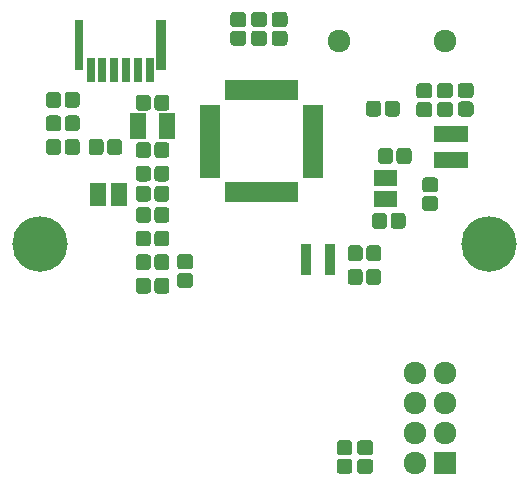
<source format=gts>
G04 #@! TF.GenerationSoftware,KiCad,Pcbnew,(5.0.0)*
G04 #@! TF.CreationDate,2019-01-15T20:44:40+01:00*
G04 #@! TF.ProjectId,nrf24l01-node,6E726632346C30312D6E6F64652E6B69,rev?*
G04 #@! TF.SameCoordinates,Original*
G04 #@! TF.FileFunction,Soldermask,Top*
G04 #@! TF.FilePolarity,Negative*
%FSLAX46Y46*%
G04 Gerber Fmt 4.6, Leading zero omitted, Abs format (unit mm)*
G04 Created by KiCad (PCBNEW (5.0.0)) date 01/15/19 20:44:40*
%MOMM*%
%LPD*%
G01*
G04 APERTURE LIST*
%ADD10C,4.700000*%
%ADD11C,0.100000*%
%ADD12C,1.275000*%
%ADD13R,1.400000X0.700000*%
%ADD14R,0.820000X4.320000*%
%ADD15R,0.720000X2.120000*%
%ADD16R,0.800000X4.300000*%
%ADD17R,1.400000X2.200000*%
%ADD18R,0.700000X1.400000*%
%ADD19C,1.924000*%
%ADD20R,1.700000X0.650000*%
%ADD21R,0.650000X1.700000*%
%ADD22R,1.050000X1.460000*%
%ADD23R,1.924000X1.924000*%
%ADD24R,0.900000X0.750000*%
G04 APERTURE END LIST*
D10*
G04 #@! TO.C,REF\002A\002A*
X55750000Y-147500000D03*
G04 #@! TD*
G04 #@! TO.C,REF\002A\002A*
X93750000Y-147500000D03*
G04 #@! TD*
D11*
G04 #@! TO.C,C19*
G36*
X68387493Y-149901535D02*
X68418435Y-149906125D01*
X68448778Y-149913725D01*
X68478230Y-149924263D01*
X68506508Y-149937638D01*
X68533338Y-149953719D01*
X68558463Y-149972353D01*
X68581640Y-149993360D01*
X68602647Y-150016537D01*
X68621281Y-150041662D01*
X68637362Y-150068492D01*
X68650737Y-150096770D01*
X68661275Y-150126222D01*
X68668875Y-150156565D01*
X68673465Y-150187507D01*
X68675000Y-150218750D01*
X68675000Y-150856250D01*
X68673465Y-150887493D01*
X68668875Y-150918435D01*
X68661275Y-150948778D01*
X68650737Y-150978230D01*
X68637362Y-151006508D01*
X68621281Y-151033338D01*
X68602647Y-151058463D01*
X68581640Y-151081640D01*
X68558463Y-151102647D01*
X68533338Y-151121281D01*
X68506508Y-151137362D01*
X68478230Y-151150737D01*
X68448778Y-151161275D01*
X68418435Y-151168875D01*
X68387493Y-151173465D01*
X68356250Y-151175000D01*
X67643750Y-151175000D01*
X67612507Y-151173465D01*
X67581565Y-151168875D01*
X67551222Y-151161275D01*
X67521770Y-151150737D01*
X67493492Y-151137362D01*
X67466662Y-151121281D01*
X67441537Y-151102647D01*
X67418360Y-151081640D01*
X67397353Y-151058463D01*
X67378719Y-151033338D01*
X67362638Y-151006508D01*
X67349263Y-150978230D01*
X67338725Y-150948778D01*
X67331125Y-150918435D01*
X67326535Y-150887493D01*
X67325000Y-150856250D01*
X67325000Y-150218750D01*
X67326535Y-150187507D01*
X67331125Y-150156565D01*
X67338725Y-150126222D01*
X67349263Y-150096770D01*
X67362638Y-150068492D01*
X67378719Y-150041662D01*
X67397353Y-150016537D01*
X67418360Y-149993360D01*
X67441537Y-149972353D01*
X67466662Y-149953719D01*
X67493492Y-149937638D01*
X67521770Y-149924263D01*
X67551222Y-149913725D01*
X67581565Y-149906125D01*
X67612507Y-149901535D01*
X67643750Y-149900000D01*
X68356250Y-149900000D01*
X68387493Y-149901535D01*
X68387493Y-149901535D01*
G37*
D12*
X68000000Y-150537500D03*
D11*
G36*
X68387493Y-148326535D02*
X68418435Y-148331125D01*
X68448778Y-148338725D01*
X68478230Y-148349263D01*
X68506508Y-148362638D01*
X68533338Y-148378719D01*
X68558463Y-148397353D01*
X68581640Y-148418360D01*
X68602647Y-148441537D01*
X68621281Y-148466662D01*
X68637362Y-148493492D01*
X68650737Y-148521770D01*
X68661275Y-148551222D01*
X68668875Y-148581565D01*
X68673465Y-148612507D01*
X68675000Y-148643750D01*
X68675000Y-149281250D01*
X68673465Y-149312493D01*
X68668875Y-149343435D01*
X68661275Y-149373778D01*
X68650737Y-149403230D01*
X68637362Y-149431508D01*
X68621281Y-149458338D01*
X68602647Y-149483463D01*
X68581640Y-149506640D01*
X68558463Y-149527647D01*
X68533338Y-149546281D01*
X68506508Y-149562362D01*
X68478230Y-149575737D01*
X68448778Y-149586275D01*
X68418435Y-149593875D01*
X68387493Y-149598465D01*
X68356250Y-149600000D01*
X67643750Y-149600000D01*
X67612507Y-149598465D01*
X67581565Y-149593875D01*
X67551222Y-149586275D01*
X67521770Y-149575737D01*
X67493492Y-149562362D01*
X67466662Y-149546281D01*
X67441537Y-149527647D01*
X67418360Y-149506640D01*
X67397353Y-149483463D01*
X67378719Y-149458338D01*
X67362638Y-149431508D01*
X67349263Y-149403230D01*
X67338725Y-149373778D01*
X67331125Y-149343435D01*
X67326535Y-149312493D01*
X67325000Y-149281250D01*
X67325000Y-148643750D01*
X67326535Y-148612507D01*
X67331125Y-148581565D01*
X67338725Y-148551222D01*
X67349263Y-148521770D01*
X67362638Y-148493492D01*
X67378719Y-148466662D01*
X67397353Y-148441537D01*
X67418360Y-148418360D01*
X67441537Y-148397353D01*
X67466662Y-148378719D01*
X67493492Y-148362638D01*
X67521770Y-148349263D01*
X67551222Y-148338725D01*
X67581565Y-148331125D01*
X67612507Y-148326535D01*
X67643750Y-148325000D01*
X68356250Y-148325000D01*
X68387493Y-148326535D01*
X68387493Y-148326535D01*
G37*
D12*
X68000000Y-148962500D03*
G04 #@! TD*
D11*
G04 #@! TO.C,C4*
G36*
X62387493Y-138576535D02*
X62418435Y-138581125D01*
X62448778Y-138588725D01*
X62478230Y-138599263D01*
X62506508Y-138612638D01*
X62533338Y-138628719D01*
X62558463Y-138647353D01*
X62581640Y-138668360D01*
X62602647Y-138691537D01*
X62621281Y-138716662D01*
X62637362Y-138743492D01*
X62650737Y-138771770D01*
X62661275Y-138801222D01*
X62668875Y-138831565D01*
X62673465Y-138862507D01*
X62675000Y-138893750D01*
X62675000Y-139606250D01*
X62673465Y-139637493D01*
X62668875Y-139668435D01*
X62661275Y-139698778D01*
X62650737Y-139728230D01*
X62637362Y-139756508D01*
X62621281Y-139783338D01*
X62602647Y-139808463D01*
X62581640Y-139831640D01*
X62558463Y-139852647D01*
X62533338Y-139871281D01*
X62506508Y-139887362D01*
X62478230Y-139900737D01*
X62448778Y-139911275D01*
X62418435Y-139918875D01*
X62387493Y-139923465D01*
X62356250Y-139925000D01*
X61718750Y-139925000D01*
X61687507Y-139923465D01*
X61656565Y-139918875D01*
X61626222Y-139911275D01*
X61596770Y-139900737D01*
X61568492Y-139887362D01*
X61541662Y-139871281D01*
X61516537Y-139852647D01*
X61493360Y-139831640D01*
X61472353Y-139808463D01*
X61453719Y-139783338D01*
X61437638Y-139756508D01*
X61424263Y-139728230D01*
X61413725Y-139698778D01*
X61406125Y-139668435D01*
X61401535Y-139637493D01*
X61400000Y-139606250D01*
X61400000Y-138893750D01*
X61401535Y-138862507D01*
X61406125Y-138831565D01*
X61413725Y-138801222D01*
X61424263Y-138771770D01*
X61437638Y-138743492D01*
X61453719Y-138716662D01*
X61472353Y-138691537D01*
X61493360Y-138668360D01*
X61516537Y-138647353D01*
X61541662Y-138628719D01*
X61568492Y-138612638D01*
X61596770Y-138599263D01*
X61626222Y-138588725D01*
X61656565Y-138581125D01*
X61687507Y-138576535D01*
X61718750Y-138575000D01*
X62356250Y-138575000D01*
X62387493Y-138576535D01*
X62387493Y-138576535D01*
G37*
D12*
X62037500Y-139250000D03*
D11*
G36*
X60812493Y-138576535D02*
X60843435Y-138581125D01*
X60873778Y-138588725D01*
X60903230Y-138599263D01*
X60931508Y-138612638D01*
X60958338Y-138628719D01*
X60983463Y-138647353D01*
X61006640Y-138668360D01*
X61027647Y-138691537D01*
X61046281Y-138716662D01*
X61062362Y-138743492D01*
X61075737Y-138771770D01*
X61086275Y-138801222D01*
X61093875Y-138831565D01*
X61098465Y-138862507D01*
X61100000Y-138893750D01*
X61100000Y-139606250D01*
X61098465Y-139637493D01*
X61093875Y-139668435D01*
X61086275Y-139698778D01*
X61075737Y-139728230D01*
X61062362Y-139756508D01*
X61046281Y-139783338D01*
X61027647Y-139808463D01*
X61006640Y-139831640D01*
X60983463Y-139852647D01*
X60958338Y-139871281D01*
X60931508Y-139887362D01*
X60903230Y-139900737D01*
X60873778Y-139911275D01*
X60843435Y-139918875D01*
X60812493Y-139923465D01*
X60781250Y-139925000D01*
X60143750Y-139925000D01*
X60112507Y-139923465D01*
X60081565Y-139918875D01*
X60051222Y-139911275D01*
X60021770Y-139900737D01*
X59993492Y-139887362D01*
X59966662Y-139871281D01*
X59941537Y-139852647D01*
X59918360Y-139831640D01*
X59897353Y-139808463D01*
X59878719Y-139783338D01*
X59862638Y-139756508D01*
X59849263Y-139728230D01*
X59838725Y-139698778D01*
X59831125Y-139668435D01*
X59826535Y-139637493D01*
X59825000Y-139606250D01*
X59825000Y-138893750D01*
X59826535Y-138862507D01*
X59831125Y-138831565D01*
X59838725Y-138801222D01*
X59849263Y-138771770D01*
X59862638Y-138743492D01*
X59878719Y-138716662D01*
X59897353Y-138691537D01*
X59918360Y-138668360D01*
X59941537Y-138647353D01*
X59966662Y-138628719D01*
X59993492Y-138612638D01*
X60021770Y-138599263D01*
X60051222Y-138588725D01*
X60081565Y-138581125D01*
X60112507Y-138576535D01*
X60143750Y-138575000D01*
X60781250Y-138575000D01*
X60812493Y-138576535D01*
X60812493Y-138576535D01*
G37*
D12*
X60462500Y-139250000D03*
G04 #@! TD*
D13*
G04 #@! TO.C,IC4*
X60600000Y-142625000D03*
X60600000Y-143250000D03*
X60600000Y-143875000D03*
X62400000Y-143875000D03*
X62400000Y-143250000D03*
X62400000Y-142625000D03*
G04 #@! TD*
D11*
G04 #@! TO.C,R8*
G36*
X64812493Y-150326535D02*
X64843435Y-150331125D01*
X64873778Y-150338725D01*
X64903230Y-150349263D01*
X64931508Y-150362638D01*
X64958338Y-150378719D01*
X64983463Y-150397353D01*
X65006640Y-150418360D01*
X65027647Y-150441537D01*
X65046281Y-150466662D01*
X65062362Y-150493492D01*
X65075737Y-150521770D01*
X65086275Y-150551222D01*
X65093875Y-150581565D01*
X65098465Y-150612507D01*
X65100000Y-150643750D01*
X65100000Y-151356250D01*
X65098465Y-151387493D01*
X65093875Y-151418435D01*
X65086275Y-151448778D01*
X65075737Y-151478230D01*
X65062362Y-151506508D01*
X65046281Y-151533338D01*
X65027647Y-151558463D01*
X65006640Y-151581640D01*
X64983463Y-151602647D01*
X64958338Y-151621281D01*
X64931508Y-151637362D01*
X64903230Y-151650737D01*
X64873778Y-151661275D01*
X64843435Y-151668875D01*
X64812493Y-151673465D01*
X64781250Y-151675000D01*
X64143750Y-151675000D01*
X64112507Y-151673465D01*
X64081565Y-151668875D01*
X64051222Y-151661275D01*
X64021770Y-151650737D01*
X63993492Y-151637362D01*
X63966662Y-151621281D01*
X63941537Y-151602647D01*
X63918360Y-151581640D01*
X63897353Y-151558463D01*
X63878719Y-151533338D01*
X63862638Y-151506508D01*
X63849263Y-151478230D01*
X63838725Y-151448778D01*
X63831125Y-151418435D01*
X63826535Y-151387493D01*
X63825000Y-151356250D01*
X63825000Y-150643750D01*
X63826535Y-150612507D01*
X63831125Y-150581565D01*
X63838725Y-150551222D01*
X63849263Y-150521770D01*
X63862638Y-150493492D01*
X63878719Y-150466662D01*
X63897353Y-150441537D01*
X63918360Y-150418360D01*
X63941537Y-150397353D01*
X63966662Y-150378719D01*
X63993492Y-150362638D01*
X64021770Y-150349263D01*
X64051222Y-150338725D01*
X64081565Y-150331125D01*
X64112507Y-150326535D01*
X64143750Y-150325000D01*
X64781250Y-150325000D01*
X64812493Y-150326535D01*
X64812493Y-150326535D01*
G37*
D12*
X64462500Y-151000000D03*
D11*
G36*
X66387493Y-150326535D02*
X66418435Y-150331125D01*
X66448778Y-150338725D01*
X66478230Y-150349263D01*
X66506508Y-150362638D01*
X66533338Y-150378719D01*
X66558463Y-150397353D01*
X66581640Y-150418360D01*
X66602647Y-150441537D01*
X66621281Y-150466662D01*
X66637362Y-150493492D01*
X66650737Y-150521770D01*
X66661275Y-150551222D01*
X66668875Y-150581565D01*
X66673465Y-150612507D01*
X66675000Y-150643750D01*
X66675000Y-151356250D01*
X66673465Y-151387493D01*
X66668875Y-151418435D01*
X66661275Y-151448778D01*
X66650737Y-151478230D01*
X66637362Y-151506508D01*
X66621281Y-151533338D01*
X66602647Y-151558463D01*
X66581640Y-151581640D01*
X66558463Y-151602647D01*
X66533338Y-151621281D01*
X66506508Y-151637362D01*
X66478230Y-151650737D01*
X66448778Y-151661275D01*
X66418435Y-151668875D01*
X66387493Y-151673465D01*
X66356250Y-151675000D01*
X65718750Y-151675000D01*
X65687507Y-151673465D01*
X65656565Y-151668875D01*
X65626222Y-151661275D01*
X65596770Y-151650737D01*
X65568492Y-151637362D01*
X65541662Y-151621281D01*
X65516537Y-151602647D01*
X65493360Y-151581640D01*
X65472353Y-151558463D01*
X65453719Y-151533338D01*
X65437638Y-151506508D01*
X65424263Y-151478230D01*
X65413725Y-151448778D01*
X65406125Y-151418435D01*
X65401535Y-151387493D01*
X65400000Y-151356250D01*
X65400000Y-150643750D01*
X65401535Y-150612507D01*
X65406125Y-150581565D01*
X65413725Y-150551222D01*
X65424263Y-150521770D01*
X65437638Y-150493492D01*
X65453719Y-150466662D01*
X65472353Y-150441537D01*
X65493360Y-150418360D01*
X65516537Y-150397353D01*
X65541662Y-150378719D01*
X65568492Y-150362638D01*
X65596770Y-150349263D01*
X65626222Y-150338725D01*
X65656565Y-150331125D01*
X65687507Y-150326535D01*
X65718750Y-150325000D01*
X66356250Y-150325000D01*
X66387493Y-150326535D01*
X66387493Y-150326535D01*
G37*
D12*
X66037500Y-151000000D03*
G04 #@! TD*
D11*
G04 #@! TO.C,R7*
G36*
X66387493Y-148326535D02*
X66418435Y-148331125D01*
X66448778Y-148338725D01*
X66478230Y-148349263D01*
X66506508Y-148362638D01*
X66533338Y-148378719D01*
X66558463Y-148397353D01*
X66581640Y-148418360D01*
X66602647Y-148441537D01*
X66621281Y-148466662D01*
X66637362Y-148493492D01*
X66650737Y-148521770D01*
X66661275Y-148551222D01*
X66668875Y-148581565D01*
X66673465Y-148612507D01*
X66675000Y-148643750D01*
X66675000Y-149356250D01*
X66673465Y-149387493D01*
X66668875Y-149418435D01*
X66661275Y-149448778D01*
X66650737Y-149478230D01*
X66637362Y-149506508D01*
X66621281Y-149533338D01*
X66602647Y-149558463D01*
X66581640Y-149581640D01*
X66558463Y-149602647D01*
X66533338Y-149621281D01*
X66506508Y-149637362D01*
X66478230Y-149650737D01*
X66448778Y-149661275D01*
X66418435Y-149668875D01*
X66387493Y-149673465D01*
X66356250Y-149675000D01*
X65718750Y-149675000D01*
X65687507Y-149673465D01*
X65656565Y-149668875D01*
X65626222Y-149661275D01*
X65596770Y-149650737D01*
X65568492Y-149637362D01*
X65541662Y-149621281D01*
X65516537Y-149602647D01*
X65493360Y-149581640D01*
X65472353Y-149558463D01*
X65453719Y-149533338D01*
X65437638Y-149506508D01*
X65424263Y-149478230D01*
X65413725Y-149448778D01*
X65406125Y-149418435D01*
X65401535Y-149387493D01*
X65400000Y-149356250D01*
X65400000Y-148643750D01*
X65401535Y-148612507D01*
X65406125Y-148581565D01*
X65413725Y-148551222D01*
X65424263Y-148521770D01*
X65437638Y-148493492D01*
X65453719Y-148466662D01*
X65472353Y-148441537D01*
X65493360Y-148418360D01*
X65516537Y-148397353D01*
X65541662Y-148378719D01*
X65568492Y-148362638D01*
X65596770Y-148349263D01*
X65626222Y-148338725D01*
X65656565Y-148331125D01*
X65687507Y-148326535D01*
X65718750Y-148325000D01*
X66356250Y-148325000D01*
X66387493Y-148326535D01*
X66387493Y-148326535D01*
G37*
D12*
X66037500Y-149000000D03*
D11*
G36*
X64812493Y-148326535D02*
X64843435Y-148331125D01*
X64873778Y-148338725D01*
X64903230Y-148349263D01*
X64931508Y-148362638D01*
X64958338Y-148378719D01*
X64983463Y-148397353D01*
X65006640Y-148418360D01*
X65027647Y-148441537D01*
X65046281Y-148466662D01*
X65062362Y-148493492D01*
X65075737Y-148521770D01*
X65086275Y-148551222D01*
X65093875Y-148581565D01*
X65098465Y-148612507D01*
X65100000Y-148643750D01*
X65100000Y-149356250D01*
X65098465Y-149387493D01*
X65093875Y-149418435D01*
X65086275Y-149448778D01*
X65075737Y-149478230D01*
X65062362Y-149506508D01*
X65046281Y-149533338D01*
X65027647Y-149558463D01*
X65006640Y-149581640D01*
X64983463Y-149602647D01*
X64958338Y-149621281D01*
X64931508Y-149637362D01*
X64903230Y-149650737D01*
X64873778Y-149661275D01*
X64843435Y-149668875D01*
X64812493Y-149673465D01*
X64781250Y-149675000D01*
X64143750Y-149675000D01*
X64112507Y-149673465D01*
X64081565Y-149668875D01*
X64051222Y-149661275D01*
X64021770Y-149650737D01*
X63993492Y-149637362D01*
X63966662Y-149621281D01*
X63941537Y-149602647D01*
X63918360Y-149581640D01*
X63897353Y-149558463D01*
X63878719Y-149533338D01*
X63862638Y-149506508D01*
X63849263Y-149478230D01*
X63838725Y-149448778D01*
X63831125Y-149418435D01*
X63826535Y-149387493D01*
X63825000Y-149356250D01*
X63825000Y-148643750D01*
X63826535Y-148612507D01*
X63831125Y-148581565D01*
X63838725Y-148551222D01*
X63849263Y-148521770D01*
X63862638Y-148493492D01*
X63878719Y-148466662D01*
X63897353Y-148441537D01*
X63918360Y-148418360D01*
X63941537Y-148397353D01*
X63966662Y-148378719D01*
X63993492Y-148362638D01*
X64021770Y-148349263D01*
X64051222Y-148338725D01*
X64081565Y-148331125D01*
X64112507Y-148326535D01*
X64143750Y-148325000D01*
X64781250Y-148325000D01*
X64812493Y-148326535D01*
X64812493Y-148326535D01*
G37*
D12*
X64462500Y-149000000D03*
G04 #@! TD*
D14*
G04 #@! TO.C,CON1*
X66000000Y-130650000D03*
D15*
X65000000Y-132750000D03*
X64000000Y-132750000D03*
X63000000Y-132750000D03*
X62000000Y-132750000D03*
X61000000Y-132750000D03*
X60000000Y-132750000D03*
D16*
X59000000Y-130650000D03*
G04 #@! TD*
D11*
G04 #@! TO.C,C18*
G36*
X76387493Y-127826535D02*
X76418435Y-127831125D01*
X76448778Y-127838725D01*
X76478230Y-127849263D01*
X76506508Y-127862638D01*
X76533338Y-127878719D01*
X76558463Y-127897353D01*
X76581640Y-127918360D01*
X76602647Y-127941537D01*
X76621281Y-127966662D01*
X76637362Y-127993492D01*
X76650737Y-128021770D01*
X76661275Y-128051222D01*
X76668875Y-128081565D01*
X76673465Y-128112507D01*
X76675000Y-128143750D01*
X76675000Y-128781250D01*
X76673465Y-128812493D01*
X76668875Y-128843435D01*
X76661275Y-128873778D01*
X76650737Y-128903230D01*
X76637362Y-128931508D01*
X76621281Y-128958338D01*
X76602647Y-128983463D01*
X76581640Y-129006640D01*
X76558463Y-129027647D01*
X76533338Y-129046281D01*
X76506508Y-129062362D01*
X76478230Y-129075737D01*
X76448778Y-129086275D01*
X76418435Y-129093875D01*
X76387493Y-129098465D01*
X76356250Y-129100000D01*
X75643750Y-129100000D01*
X75612507Y-129098465D01*
X75581565Y-129093875D01*
X75551222Y-129086275D01*
X75521770Y-129075737D01*
X75493492Y-129062362D01*
X75466662Y-129046281D01*
X75441537Y-129027647D01*
X75418360Y-129006640D01*
X75397353Y-128983463D01*
X75378719Y-128958338D01*
X75362638Y-128931508D01*
X75349263Y-128903230D01*
X75338725Y-128873778D01*
X75331125Y-128843435D01*
X75326535Y-128812493D01*
X75325000Y-128781250D01*
X75325000Y-128143750D01*
X75326535Y-128112507D01*
X75331125Y-128081565D01*
X75338725Y-128051222D01*
X75349263Y-128021770D01*
X75362638Y-127993492D01*
X75378719Y-127966662D01*
X75397353Y-127941537D01*
X75418360Y-127918360D01*
X75441537Y-127897353D01*
X75466662Y-127878719D01*
X75493492Y-127862638D01*
X75521770Y-127849263D01*
X75551222Y-127838725D01*
X75581565Y-127831125D01*
X75612507Y-127826535D01*
X75643750Y-127825000D01*
X76356250Y-127825000D01*
X76387493Y-127826535D01*
X76387493Y-127826535D01*
G37*
D12*
X76000000Y-128462500D03*
D11*
G36*
X76387493Y-129401535D02*
X76418435Y-129406125D01*
X76448778Y-129413725D01*
X76478230Y-129424263D01*
X76506508Y-129437638D01*
X76533338Y-129453719D01*
X76558463Y-129472353D01*
X76581640Y-129493360D01*
X76602647Y-129516537D01*
X76621281Y-129541662D01*
X76637362Y-129568492D01*
X76650737Y-129596770D01*
X76661275Y-129626222D01*
X76668875Y-129656565D01*
X76673465Y-129687507D01*
X76675000Y-129718750D01*
X76675000Y-130356250D01*
X76673465Y-130387493D01*
X76668875Y-130418435D01*
X76661275Y-130448778D01*
X76650737Y-130478230D01*
X76637362Y-130506508D01*
X76621281Y-130533338D01*
X76602647Y-130558463D01*
X76581640Y-130581640D01*
X76558463Y-130602647D01*
X76533338Y-130621281D01*
X76506508Y-130637362D01*
X76478230Y-130650737D01*
X76448778Y-130661275D01*
X76418435Y-130668875D01*
X76387493Y-130673465D01*
X76356250Y-130675000D01*
X75643750Y-130675000D01*
X75612507Y-130673465D01*
X75581565Y-130668875D01*
X75551222Y-130661275D01*
X75521770Y-130650737D01*
X75493492Y-130637362D01*
X75466662Y-130621281D01*
X75441537Y-130602647D01*
X75418360Y-130581640D01*
X75397353Y-130558463D01*
X75378719Y-130533338D01*
X75362638Y-130506508D01*
X75349263Y-130478230D01*
X75338725Y-130448778D01*
X75331125Y-130418435D01*
X75326535Y-130387493D01*
X75325000Y-130356250D01*
X75325000Y-129718750D01*
X75326535Y-129687507D01*
X75331125Y-129656565D01*
X75338725Y-129626222D01*
X75349263Y-129596770D01*
X75362638Y-129568492D01*
X75378719Y-129541662D01*
X75397353Y-129516537D01*
X75418360Y-129493360D01*
X75441537Y-129472353D01*
X75466662Y-129453719D01*
X75493492Y-129437638D01*
X75521770Y-129424263D01*
X75551222Y-129413725D01*
X75581565Y-129406125D01*
X75612507Y-129401535D01*
X75643750Y-129400000D01*
X76356250Y-129400000D01*
X76387493Y-129401535D01*
X76387493Y-129401535D01*
G37*
D12*
X76000000Y-130037500D03*
G04 #@! TD*
D11*
G04 #@! TO.C,R4*
G36*
X57217494Y-138576535D02*
X57248436Y-138581125D01*
X57278779Y-138588725D01*
X57308231Y-138599263D01*
X57336509Y-138612638D01*
X57363339Y-138628719D01*
X57388464Y-138647353D01*
X57411641Y-138668360D01*
X57432648Y-138691537D01*
X57451282Y-138716662D01*
X57467363Y-138743492D01*
X57480738Y-138771770D01*
X57491276Y-138801222D01*
X57498876Y-138831565D01*
X57503466Y-138862507D01*
X57505001Y-138893750D01*
X57505001Y-139606250D01*
X57503466Y-139637493D01*
X57498876Y-139668435D01*
X57491276Y-139698778D01*
X57480738Y-139728230D01*
X57467363Y-139756508D01*
X57451282Y-139783338D01*
X57432648Y-139808463D01*
X57411641Y-139831640D01*
X57388464Y-139852647D01*
X57363339Y-139871281D01*
X57336509Y-139887362D01*
X57308231Y-139900737D01*
X57278779Y-139911275D01*
X57248436Y-139918875D01*
X57217494Y-139923465D01*
X57186251Y-139925000D01*
X56548751Y-139925000D01*
X56517508Y-139923465D01*
X56486566Y-139918875D01*
X56456223Y-139911275D01*
X56426771Y-139900737D01*
X56398493Y-139887362D01*
X56371663Y-139871281D01*
X56346538Y-139852647D01*
X56323361Y-139831640D01*
X56302354Y-139808463D01*
X56283720Y-139783338D01*
X56267639Y-139756508D01*
X56254264Y-139728230D01*
X56243726Y-139698778D01*
X56236126Y-139668435D01*
X56231536Y-139637493D01*
X56230001Y-139606250D01*
X56230001Y-138893750D01*
X56231536Y-138862507D01*
X56236126Y-138831565D01*
X56243726Y-138801222D01*
X56254264Y-138771770D01*
X56267639Y-138743492D01*
X56283720Y-138716662D01*
X56302354Y-138691537D01*
X56323361Y-138668360D01*
X56346538Y-138647353D01*
X56371663Y-138628719D01*
X56398493Y-138612638D01*
X56426771Y-138599263D01*
X56456223Y-138588725D01*
X56486566Y-138581125D01*
X56517508Y-138576535D01*
X56548751Y-138575000D01*
X57186251Y-138575000D01*
X57217494Y-138576535D01*
X57217494Y-138576535D01*
G37*
D12*
X56867501Y-139250000D03*
D11*
G36*
X58792494Y-138576535D02*
X58823436Y-138581125D01*
X58853779Y-138588725D01*
X58883231Y-138599263D01*
X58911509Y-138612638D01*
X58938339Y-138628719D01*
X58963464Y-138647353D01*
X58986641Y-138668360D01*
X59007648Y-138691537D01*
X59026282Y-138716662D01*
X59042363Y-138743492D01*
X59055738Y-138771770D01*
X59066276Y-138801222D01*
X59073876Y-138831565D01*
X59078466Y-138862507D01*
X59080001Y-138893750D01*
X59080001Y-139606250D01*
X59078466Y-139637493D01*
X59073876Y-139668435D01*
X59066276Y-139698778D01*
X59055738Y-139728230D01*
X59042363Y-139756508D01*
X59026282Y-139783338D01*
X59007648Y-139808463D01*
X58986641Y-139831640D01*
X58963464Y-139852647D01*
X58938339Y-139871281D01*
X58911509Y-139887362D01*
X58883231Y-139900737D01*
X58853779Y-139911275D01*
X58823436Y-139918875D01*
X58792494Y-139923465D01*
X58761251Y-139925000D01*
X58123751Y-139925000D01*
X58092508Y-139923465D01*
X58061566Y-139918875D01*
X58031223Y-139911275D01*
X58001771Y-139900737D01*
X57973493Y-139887362D01*
X57946663Y-139871281D01*
X57921538Y-139852647D01*
X57898361Y-139831640D01*
X57877354Y-139808463D01*
X57858720Y-139783338D01*
X57842639Y-139756508D01*
X57829264Y-139728230D01*
X57818726Y-139698778D01*
X57811126Y-139668435D01*
X57806536Y-139637493D01*
X57805001Y-139606250D01*
X57805001Y-138893750D01*
X57806536Y-138862507D01*
X57811126Y-138831565D01*
X57818726Y-138801222D01*
X57829264Y-138771770D01*
X57842639Y-138743492D01*
X57858720Y-138716662D01*
X57877354Y-138691537D01*
X57898361Y-138668360D01*
X57921538Y-138647353D01*
X57946663Y-138628719D01*
X57973493Y-138612638D01*
X58001771Y-138599263D01*
X58031223Y-138588725D01*
X58061566Y-138581125D01*
X58092508Y-138576535D01*
X58123751Y-138575000D01*
X58761251Y-138575000D01*
X58792494Y-138576535D01*
X58792494Y-138576535D01*
G37*
D12*
X58442501Y-139250000D03*
G04 #@! TD*
D11*
G04 #@! TO.C,R5*
G36*
X58792494Y-136576535D02*
X58823436Y-136581125D01*
X58853779Y-136588725D01*
X58883231Y-136599263D01*
X58911509Y-136612638D01*
X58938339Y-136628719D01*
X58963464Y-136647353D01*
X58986641Y-136668360D01*
X59007648Y-136691537D01*
X59026282Y-136716662D01*
X59042363Y-136743492D01*
X59055738Y-136771770D01*
X59066276Y-136801222D01*
X59073876Y-136831565D01*
X59078466Y-136862507D01*
X59080001Y-136893750D01*
X59080001Y-137606250D01*
X59078466Y-137637493D01*
X59073876Y-137668435D01*
X59066276Y-137698778D01*
X59055738Y-137728230D01*
X59042363Y-137756508D01*
X59026282Y-137783338D01*
X59007648Y-137808463D01*
X58986641Y-137831640D01*
X58963464Y-137852647D01*
X58938339Y-137871281D01*
X58911509Y-137887362D01*
X58883231Y-137900737D01*
X58853779Y-137911275D01*
X58823436Y-137918875D01*
X58792494Y-137923465D01*
X58761251Y-137925000D01*
X58123751Y-137925000D01*
X58092508Y-137923465D01*
X58061566Y-137918875D01*
X58031223Y-137911275D01*
X58001771Y-137900737D01*
X57973493Y-137887362D01*
X57946663Y-137871281D01*
X57921538Y-137852647D01*
X57898361Y-137831640D01*
X57877354Y-137808463D01*
X57858720Y-137783338D01*
X57842639Y-137756508D01*
X57829264Y-137728230D01*
X57818726Y-137698778D01*
X57811126Y-137668435D01*
X57806536Y-137637493D01*
X57805001Y-137606250D01*
X57805001Y-136893750D01*
X57806536Y-136862507D01*
X57811126Y-136831565D01*
X57818726Y-136801222D01*
X57829264Y-136771770D01*
X57842639Y-136743492D01*
X57858720Y-136716662D01*
X57877354Y-136691537D01*
X57898361Y-136668360D01*
X57921538Y-136647353D01*
X57946663Y-136628719D01*
X57973493Y-136612638D01*
X58001771Y-136599263D01*
X58031223Y-136588725D01*
X58061566Y-136581125D01*
X58092508Y-136576535D01*
X58123751Y-136575000D01*
X58761251Y-136575000D01*
X58792494Y-136576535D01*
X58792494Y-136576535D01*
G37*
D12*
X58442501Y-137250000D03*
D11*
G36*
X57217494Y-136576535D02*
X57248436Y-136581125D01*
X57278779Y-136588725D01*
X57308231Y-136599263D01*
X57336509Y-136612638D01*
X57363339Y-136628719D01*
X57388464Y-136647353D01*
X57411641Y-136668360D01*
X57432648Y-136691537D01*
X57451282Y-136716662D01*
X57467363Y-136743492D01*
X57480738Y-136771770D01*
X57491276Y-136801222D01*
X57498876Y-136831565D01*
X57503466Y-136862507D01*
X57505001Y-136893750D01*
X57505001Y-137606250D01*
X57503466Y-137637493D01*
X57498876Y-137668435D01*
X57491276Y-137698778D01*
X57480738Y-137728230D01*
X57467363Y-137756508D01*
X57451282Y-137783338D01*
X57432648Y-137808463D01*
X57411641Y-137831640D01*
X57388464Y-137852647D01*
X57363339Y-137871281D01*
X57336509Y-137887362D01*
X57308231Y-137900737D01*
X57278779Y-137911275D01*
X57248436Y-137918875D01*
X57217494Y-137923465D01*
X57186251Y-137925000D01*
X56548751Y-137925000D01*
X56517508Y-137923465D01*
X56486566Y-137918875D01*
X56456223Y-137911275D01*
X56426771Y-137900737D01*
X56398493Y-137887362D01*
X56371663Y-137871281D01*
X56346538Y-137852647D01*
X56323361Y-137831640D01*
X56302354Y-137808463D01*
X56283720Y-137783338D01*
X56267639Y-137756508D01*
X56254264Y-137728230D01*
X56243726Y-137698778D01*
X56236126Y-137668435D01*
X56231536Y-137637493D01*
X56230001Y-137606250D01*
X56230001Y-136893750D01*
X56231536Y-136862507D01*
X56236126Y-136831565D01*
X56243726Y-136801222D01*
X56254264Y-136771770D01*
X56267639Y-136743492D01*
X56283720Y-136716662D01*
X56302354Y-136691537D01*
X56323361Y-136668360D01*
X56346538Y-136647353D01*
X56371663Y-136628719D01*
X56398493Y-136612638D01*
X56426771Y-136599263D01*
X56456223Y-136588725D01*
X56486566Y-136581125D01*
X56517508Y-136576535D01*
X56548751Y-136575000D01*
X57186251Y-136575000D01*
X57217494Y-136576535D01*
X57217494Y-136576535D01*
G37*
D12*
X56867501Y-137250000D03*
G04 #@! TD*
D11*
G04 #@! TO.C,R6*
G36*
X57217494Y-134576535D02*
X57248436Y-134581125D01*
X57278779Y-134588725D01*
X57308231Y-134599263D01*
X57336509Y-134612638D01*
X57363339Y-134628719D01*
X57388464Y-134647353D01*
X57411641Y-134668360D01*
X57432648Y-134691537D01*
X57451282Y-134716662D01*
X57467363Y-134743492D01*
X57480738Y-134771770D01*
X57491276Y-134801222D01*
X57498876Y-134831565D01*
X57503466Y-134862507D01*
X57505001Y-134893750D01*
X57505001Y-135606250D01*
X57503466Y-135637493D01*
X57498876Y-135668435D01*
X57491276Y-135698778D01*
X57480738Y-135728230D01*
X57467363Y-135756508D01*
X57451282Y-135783338D01*
X57432648Y-135808463D01*
X57411641Y-135831640D01*
X57388464Y-135852647D01*
X57363339Y-135871281D01*
X57336509Y-135887362D01*
X57308231Y-135900737D01*
X57278779Y-135911275D01*
X57248436Y-135918875D01*
X57217494Y-135923465D01*
X57186251Y-135925000D01*
X56548751Y-135925000D01*
X56517508Y-135923465D01*
X56486566Y-135918875D01*
X56456223Y-135911275D01*
X56426771Y-135900737D01*
X56398493Y-135887362D01*
X56371663Y-135871281D01*
X56346538Y-135852647D01*
X56323361Y-135831640D01*
X56302354Y-135808463D01*
X56283720Y-135783338D01*
X56267639Y-135756508D01*
X56254264Y-135728230D01*
X56243726Y-135698778D01*
X56236126Y-135668435D01*
X56231536Y-135637493D01*
X56230001Y-135606250D01*
X56230001Y-134893750D01*
X56231536Y-134862507D01*
X56236126Y-134831565D01*
X56243726Y-134801222D01*
X56254264Y-134771770D01*
X56267639Y-134743492D01*
X56283720Y-134716662D01*
X56302354Y-134691537D01*
X56323361Y-134668360D01*
X56346538Y-134647353D01*
X56371663Y-134628719D01*
X56398493Y-134612638D01*
X56426771Y-134599263D01*
X56456223Y-134588725D01*
X56486566Y-134581125D01*
X56517508Y-134576535D01*
X56548751Y-134575000D01*
X57186251Y-134575000D01*
X57217494Y-134576535D01*
X57217494Y-134576535D01*
G37*
D12*
X56867501Y-135250000D03*
D11*
G36*
X58792494Y-134576535D02*
X58823436Y-134581125D01*
X58853779Y-134588725D01*
X58883231Y-134599263D01*
X58911509Y-134612638D01*
X58938339Y-134628719D01*
X58963464Y-134647353D01*
X58986641Y-134668360D01*
X59007648Y-134691537D01*
X59026282Y-134716662D01*
X59042363Y-134743492D01*
X59055738Y-134771770D01*
X59066276Y-134801222D01*
X59073876Y-134831565D01*
X59078466Y-134862507D01*
X59080001Y-134893750D01*
X59080001Y-135606250D01*
X59078466Y-135637493D01*
X59073876Y-135668435D01*
X59066276Y-135698778D01*
X59055738Y-135728230D01*
X59042363Y-135756508D01*
X59026282Y-135783338D01*
X59007648Y-135808463D01*
X58986641Y-135831640D01*
X58963464Y-135852647D01*
X58938339Y-135871281D01*
X58911509Y-135887362D01*
X58883231Y-135900737D01*
X58853779Y-135911275D01*
X58823436Y-135918875D01*
X58792494Y-135923465D01*
X58761251Y-135925000D01*
X58123751Y-135925000D01*
X58092508Y-135923465D01*
X58061566Y-135918875D01*
X58031223Y-135911275D01*
X58001771Y-135900737D01*
X57973493Y-135887362D01*
X57946663Y-135871281D01*
X57921538Y-135852647D01*
X57898361Y-135831640D01*
X57877354Y-135808463D01*
X57858720Y-135783338D01*
X57842639Y-135756508D01*
X57829264Y-135728230D01*
X57818726Y-135698778D01*
X57811126Y-135668435D01*
X57806536Y-135637493D01*
X57805001Y-135606250D01*
X57805001Y-134893750D01*
X57806536Y-134862507D01*
X57811126Y-134831565D01*
X57818726Y-134801222D01*
X57829264Y-134771770D01*
X57842639Y-134743492D01*
X57858720Y-134716662D01*
X57877354Y-134691537D01*
X57898361Y-134668360D01*
X57921538Y-134647353D01*
X57946663Y-134628719D01*
X57973493Y-134612638D01*
X58001771Y-134599263D01*
X58031223Y-134588725D01*
X58061566Y-134581125D01*
X58092508Y-134576535D01*
X58123751Y-134575000D01*
X58761251Y-134575000D01*
X58792494Y-134576535D01*
X58792494Y-134576535D01*
G37*
D12*
X58442501Y-135250000D03*
G04 #@! TD*
D11*
G04 #@! TO.C,L1*
G36*
X64812493Y-140826535D02*
X64843435Y-140831125D01*
X64873778Y-140838725D01*
X64903230Y-140849263D01*
X64931508Y-140862638D01*
X64958338Y-140878719D01*
X64983463Y-140897353D01*
X65006640Y-140918360D01*
X65027647Y-140941537D01*
X65046281Y-140966662D01*
X65062362Y-140993492D01*
X65075737Y-141021770D01*
X65086275Y-141051222D01*
X65093875Y-141081565D01*
X65098465Y-141112507D01*
X65100000Y-141143750D01*
X65100000Y-141856250D01*
X65098465Y-141887493D01*
X65093875Y-141918435D01*
X65086275Y-141948778D01*
X65075737Y-141978230D01*
X65062362Y-142006508D01*
X65046281Y-142033338D01*
X65027647Y-142058463D01*
X65006640Y-142081640D01*
X64983463Y-142102647D01*
X64958338Y-142121281D01*
X64931508Y-142137362D01*
X64903230Y-142150737D01*
X64873778Y-142161275D01*
X64843435Y-142168875D01*
X64812493Y-142173465D01*
X64781250Y-142175000D01*
X64143750Y-142175000D01*
X64112507Y-142173465D01*
X64081565Y-142168875D01*
X64051222Y-142161275D01*
X64021770Y-142150737D01*
X63993492Y-142137362D01*
X63966662Y-142121281D01*
X63941537Y-142102647D01*
X63918360Y-142081640D01*
X63897353Y-142058463D01*
X63878719Y-142033338D01*
X63862638Y-142006508D01*
X63849263Y-141978230D01*
X63838725Y-141948778D01*
X63831125Y-141918435D01*
X63826535Y-141887493D01*
X63825000Y-141856250D01*
X63825000Y-141143750D01*
X63826535Y-141112507D01*
X63831125Y-141081565D01*
X63838725Y-141051222D01*
X63849263Y-141021770D01*
X63862638Y-140993492D01*
X63878719Y-140966662D01*
X63897353Y-140941537D01*
X63918360Y-140918360D01*
X63941537Y-140897353D01*
X63966662Y-140878719D01*
X63993492Y-140862638D01*
X64021770Y-140849263D01*
X64051222Y-140838725D01*
X64081565Y-140831125D01*
X64112507Y-140826535D01*
X64143750Y-140825000D01*
X64781250Y-140825000D01*
X64812493Y-140826535D01*
X64812493Y-140826535D01*
G37*
D12*
X64462500Y-141500000D03*
D11*
G36*
X66387493Y-140826535D02*
X66418435Y-140831125D01*
X66448778Y-140838725D01*
X66478230Y-140849263D01*
X66506508Y-140862638D01*
X66533338Y-140878719D01*
X66558463Y-140897353D01*
X66581640Y-140918360D01*
X66602647Y-140941537D01*
X66621281Y-140966662D01*
X66637362Y-140993492D01*
X66650737Y-141021770D01*
X66661275Y-141051222D01*
X66668875Y-141081565D01*
X66673465Y-141112507D01*
X66675000Y-141143750D01*
X66675000Y-141856250D01*
X66673465Y-141887493D01*
X66668875Y-141918435D01*
X66661275Y-141948778D01*
X66650737Y-141978230D01*
X66637362Y-142006508D01*
X66621281Y-142033338D01*
X66602647Y-142058463D01*
X66581640Y-142081640D01*
X66558463Y-142102647D01*
X66533338Y-142121281D01*
X66506508Y-142137362D01*
X66478230Y-142150737D01*
X66448778Y-142161275D01*
X66418435Y-142168875D01*
X66387493Y-142173465D01*
X66356250Y-142175000D01*
X65718750Y-142175000D01*
X65687507Y-142173465D01*
X65656565Y-142168875D01*
X65626222Y-142161275D01*
X65596770Y-142150737D01*
X65568492Y-142137362D01*
X65541662Y-142121281D01*
X65516537Y-142102647D01*
X65493360Y-142081640D01*
X65472353Y-142058463D01*
X65453719Y-142033338D01*
X65437638Y-142006508D01*
X65424263Y-141978230D01*
X65413725Y-141948778D01*
X65406125Y-141918435D01*
X65401535Y-141887493D01*
X65400000Y-141856250D01*
X65400000Y-141143750D01*
X65401535Y-141112507D01*
X65406125Y-141081565D01*
X65413725Y-141051222D01*
X65424263Y-141021770D01*
X65437638Y-140993492D01*
X65453719Y-140966662D01*
X65472353Y-140941537D01*
X65493360Y-140918360D01*
X65516537Y-140897353D01*
X65541662Y-140878719D01*
X65568492Y-140862638D01*
X65596770Y-140849263D01*
X65626222Y-140838725D01*
X65656565Y-140831125D01*
X65687507Y-140826535D01*
X65718750Y-140825000D01*
X66356250Y-140825000D01*
X66387493Y-140826535D01*
X66387493Y-140826535D01*
G37*
D12*
X66037500Y-141500000D03*
G04 #@! TD*
D11*
G04 #@! TO.C,C3*
G36*
X64812493Y-134826535D02*
X64843435Y-134831125D01*
X64873778Y-134838725D01*
X64903230Y-134849263D01*
X64931508Y-134862638D01*
X64958338Y-134878719D01*
X64983463Y-134897353D01*
X65006640Y-134918360D01*
X65027647Y-134941537D01*
X65046281Y-134966662D01*
X65062362Y-134993492D01*
X65075737Y-135021770D01*
X65086275Y-135051222D01*
X65093875Y-135081565D01*
X65098465Y-135112507D01*
X65100000Y-135143750D01*
X65100000Y-135856250D01*
X65098465Y-135887493D01*
X65093875Y-135918435D01*
X65086275Y-135948778D01*
X65075737Y-135978230D01*
X65062362Y-136006508D01*
X65046281Y-136033338D01*
X65027647Y-136058463D01*
X65006640Y-136081640D01*
X64983463Y-136102647D01*
X64958338Y-136121281D01*
X64931508Y-136137362D01*
X64903230Y-136150737D01*
X64873778Y-136161275D01*
X64843435Y-136168875D01*
X64812493Y-136173465D01*
X64781250Y-136175000D01*
X64143750Y-136175000D01*
X64112507Y-136173465D01*
X64081565Y-136168875D01*
X64051222Y-136161275D01*
X64021770Y-136150737D01*
X63993492Y-136137362D01*
X63966662Y-136121281D01*
X63941537Y-136102647D01*
X63918360Y-136081640D01*
X63897353Y-136058463D01*
X63878719Y-136033338D01*
X63862638Y-136006508D01*
X63849263Y-135978230D01*
X63838725Y-135948778D01*
X63831125Y-135918435D01*
X63826535Y-135887493D01*
X63825000Y-135856250D01*
X63825000Y-135143750D01*
X63826535Y-135112507D01*
X63831125Y-135081565D01*
X63838725Y-135051222D01*
X63849263Y-135021770D01*
X63862638Y-134993492D01*
X63878719Y-134966662D01*
X63897353Y-134941537D01*
X63918360Y-134918360D01*
X63941537Y-134897353D01*
X63966662Y-134878719D01*
X63993492Y-134862638D01*
X64021770Y-134849263D01*
X64051222Y-134838725D01*
X64081565Y-134831125D01*
X64112507Y-134826535D01*
X64143750Y-134825000D01*
X64781250Y-134825000D01*
X64812493Y-134826535D01*
X64812493Y-134826535D01*
G37*
D12*
X64462500Y-135500000D03*
D11*
G36*
X66387493Y-134826535D02*
X66418435Y-134831125D01*
X66448778Y-134838725D01*
X66478230Y-134849263D01*
X66506508Y-134862638D01*
X66533338Y-134878719D01*
X66558463Y-134897353D01*
X66581640Y-134918360D01*
X66602647Y-134941537D01*
X66621281Y-134966662D01*
X66637362Y-134993492D01*
X66650737Y-135021770D01*
X66661275Y-135051222D01*
X66668875Y-135081565D01*
X66673465Y-135112507D01*
X66675000Y-135143750D01*
X66675000Y-135856250D01*
X66673465Y-135887493D01*
X66668875Y-135918435D01*
X66661275Y-135948778D01*
X66650737Y-135978230D01*
X66637362Y-136006508D01*
X66621281Y-136033338D01*
X66602647Y-136058463D01*
X66581640Y-136081640D01*
X66558463Y-136102647D01*
X66533338Y-136121281D01*
X66506508Y-136137362D01*
X66478230Y-136150737D01*
X66448778Y-136161275D01*
X66418435Y-136168875D01*
X66387493Y-136173465D01*
X66356250Y-136175000D01*
X65718750Y-136175000D01*
X65687507Y-136173465D01*
X65656565Y-136168875D01*
X65626222Y-136161275D01*
X65596770Y-136150737D01*
X65568492Y-136137362D01*
X65541662Y-136121281D01*
X65516537Y-136102647D01*
X65493360Y-136081640D01*
X65472353Y-136058463D01*
X65453719Y-136033338D01*
X65437638Y-136006508D01*
X65424263Y-135978230D01*
X65413725Y-135948778D01*
X65406125Y-135918435D01*
X65401535Y-135887493D01*
X65400000Y-135856250D01*
X65400000Y-135143750D01*
X65401535Y-135112507D01*
X65406125Y-135081565D01*
X65413725Y-135051222D01*
X65424263Y-135021770D01*
X65437638Y-134993492D01*
X65453719Y-134966662D01*
X65472353Y-134941537D01*
X65493360Y-134918360D01*
X65516537Y-134897353D01*
X65541662Y-134878719D01*
X65568492Y-134862638D01*
X65596770Y-134849263D01*
X65626222Y-134838725D01*
X65656565Y-134831125D01*
X65687507Y-134826535D01*
X65718750Y-134825000D01*
X66356250Y-134825000D01*
X66387493Y-134826535D01*
X66387493Y-134826535D01*
G37*
D12*
X66037500Y-135500000D03*
G04 #@! TD*
D11*
G04 #@! TO.C,C2*
G36*
X66387493Y-138826535D02*
X66418435Y-138831125D01*
X66448778Y-138838725D01*
X66478230Y-138849263D01*
X66506508Y-138862638D01*
X66533338Y-138878719D01*
X66558463Y-138897353D01*
X66581640Y-138918360D01*
X66602647Y-138941537D01*
X66621281Y-138966662D01*
X66637362Y-138993492D01*
X66650737Y-139021770D01*
X66661275Y-139051222D01*
X66668875Y-139081565D01*
X66673465Y-139112507D01*
X66675000Y-139143750D01*
X66675000Y-139856250D01*
X66673465Y-139887493D01*
X66668875Y-139918435D01*
X66661275Y-139948778D01*
X66650737Y-139978230D01*
X66637362Y-140006508D01*
X66621281Y-140033338D01*
X66602647Y-140058463D01*
X66581640Y-140081640D01*
X66558463Y-140102647D01*
X66533338Y-140121281D01*
X66506508Y-140137362D01*
X66478230Y-140150737D01*
X66448778Y-140161275D01*
X66418435Y-140168875D01*
X66387493Y-140173465D01*
X66356250Y-140175000D01*
X65718750Y-140175000D01*
X65687507Y-140173465D01*
X65656565Y-140168875D01*
X65626222Y-140161275D01*
X65596770Y-140150737D01*
X65568492Y-140137362D01*
X65541662Y-140121281D01*
X65516537Y-140102647D01*
X65493360Y-140081640D01*
X65472353Y-140058463D01*
X65453719Y-140033338D01*
X65437638Y-140006508D01*
X65424263Y-139978230D01*
X65413725Y-139948778D01*
X65406125Y-139918435D01*
X65401535Y-139887493D01*
X65400000Y-139856250D01*
X65400000Y-139143750D01*
X65401535Y-139112507D01*
X65406125Y-139081565D01*
X65413725Y-139051222D01*
X65424263Y-139021770D01*
X65437638Y-138993492D01*
X65453719Y-138966662D01*
X65472353Y-138941537D01*
X65493360Y-138918360D01*
X65516537Y-138897353D01*
X65541662Y-138878719D01*
X65568492Y-138862638D01*
X65596770Y-138849263D01*
X65626222Y-138838725D01*
X65656565Y-138831125D01*
X65687507Y-138826535D01*
X65718750Y-138825000D01*
X66356250Y-138825000D01*
X66387493Y-138826535D01*
X66387493Y-138826535D01*
G37*
D12*
X66037500Y-139500000D03*
D11*
G36*
X64812493Y-138826535D02*
X64843435Y-138831125D01*
X64873778Y-138838725D01*
X64903230Y-138849263D01*
X64931508Y-138862638D01*
X64958338Y-138878719D01*
X64983463Y-138897353D01*
X65006640Y-138918360D01*
X65027647Y-138941537D01*
X65046281Y-138966662D01*
X65062362Y-138993492D01*
X65075737Y-139021770D01*
X65086275Y-139051222D01*
X65093875Y-139081565D01*
X65098465Y-139112507D01*
X65100000Y-139143750D01*
X65100000Y-139856250D01*
X65098465Y-139887493D01*
X65093875Y-139918435D01*
X65086275Y-139948778D01*
X65075737Y-139978230D01*
X65062362Y-140006508D01*
X65046281Y-140033338D01*
X65027647Y-140058463D01*
X65006640Y-140081640D01*
X64983463Y-140102647D01*
X64958338Y-140121281D01*
X64931508Y-140137362D01*
X64903230Y-140150737D01*
X64873778Y-140161275D01*
X64843435Y-140168875D01*
X64812493Y-140173465D01*
X64781250Y-140175000D01*
X64143750Y-140175000D01*
X64112507Y-140173465D01*
X64081565Y-140168875D01*
X64051222Y-140161275D01*
X64021770Y-140150737D01*
X63993492Y-140137362D01*
X63966662Y-140121281D01*
X63941537Y-140102647D01*
X63918360Y-140081640D01*
X63897353Y-140058463D01*
X63878719Y-140033338D01*
X63862638Y-140006508D01*
X63849263Y-139978230D01*
X63838725Y-139948778D01*
X63831125Y-139918435D01*
X63826535Y-139887493D01*
X63825000Y-139856250D01*
X63825000Y-139143750D01*
X63826535Y-139112507D01*
X63831125Y-139081565D01*
X63838725Y-139051222D01*
X63849263Y-139021770D01*
X63862638Y-138993492D01*
X63878719Y-138966662D01*
X63897353Y-138941537D01*
X63918360Y-138918360D01*
X63941537Y-138897353D01*
X63966662Y-138878719D01*
X63993492Y-138862638D01*
X64021770Y-138849263D01*
X64051222Y-138838725D01*
X64081565Y-138831125D01*
X64112507Y-138826535D01*
X64143750Y-138825000D01*
X64781250Y-138825000D01*
X64812493Y-138826535D01*
X64812493Y-138826535D01*
G37*
D12*
X64462500Y-139500000D03*
G04 #@! TD*
D17*
G04 #@! TO.C,Y1*
X64000000Y-137500000D03*
X66500000Y-137500000D03*
G04 #@! TD*
D18*
G04 #@! TO.C,IC3*
X84375000Y-143650000D03*
X85000000Y-143650000D03*
X85625000Y-143650000D03*
X85625000Y-141850000D03*
X85000000Y-141850000D03*
X84375000Y-141850000D03*
G04 #@! TD*
D19*
G04 #@! TO.C,C1*
X90000000Y-130250000D03*
X81000000Y-130250000D03*
G04 #@! TD*
D11*
G04 #@! TO.C,C5*
G36*
X83637493Y-164076535D02*
X83668435Y-164081125D01*
X83698778Y-164088725D01*
X83728230Y-164099263D01*
X83756508Y-164112638D01*
X83783338Y-164128719D01*
X83808463Y-164147353D01*
X83831640Y-164168360D01*
X83852647Y-164191537D01*
X83871281Y-164216662D01*
X83887362Y-164243492D01*
X83900737Y-164271770D01*
X83911275Y-164301222D01*
X83918875Y-164331565D01*
X83923465Y-164362507D01*
X83925000Y-164393750D01*
X83925000Y-165031250D01*
X83923465Y-165062493D01*
X83918875Y-165093435D01*
X83911275Y-165123778D01*
X83900737Y-165153230D01*
X83887362Y-165181508D01*
X83871281Y-165208338D01*
X83852647Y-165233463D01*
X83831640Y-165256640D01*
X83808463Y-165277647D01*
X83783338Y-165296281D01*
X83756508Y-165312362D01*
X83728230Y-165325737D01*
X83698778Y-165336275D01*
X83668435Y-165343875D01*
X83637493Y-165348465D01*
X83606250Y-165350000D01*
X82893750Y-165350000D01*
X82862507Y-165348465D01*
X82831565Y-165343875D01*
X82801222Y-165336275D01*
X82771770Y-165325737D01*
X82743492Y-165312362D01*
X82716662Y-165296281D01*
X82691537Y-165277647D01*
X82668360Y-165256640D01*
X82647353Y-165233463D01*
X82628719Y-165208338D01*
X82612638Y-165181508D01*
X82599263Y-165153230D01*
X82588725Y-165123778D01*
X82581125Y-165093435D01*
X82576535Y-165062493D01*
X82575000Y-165031250D01*
X82575000Y-164393750D01*
X82576535Y-164362507D01*
X82581125Y-164331565D01*
X82588725Y-164301222D01*
X82599263Y-164271770D01*
X82612638Y-164243492D01*
X82628719Y-164216662D01*
X82647353Y-164191537D01*
X82668360Y-164168360D01*
X82691537Y-164147353D01*
X82716662Y-164128719D01*
X82743492Y-164112638D01*
X82771770Y-164099263D01*
X82801222Y-164088725D01*
X82831565Y-164081125D01*
X82862507Y-164076535D01*
X82893750Y-164075000D01*
X83606250Y-164075000D01*
X83637493Y-164076535D01*
X83637493Y-164076535D01*
G37*
D12*
X83250000Y-164712500D03*
D11*
G36*
X83637493Y-165651535D02*
X83668435Y-165656125D01*
X83698778Y-165663725D01*
X83728230Y-165674263D01*
X83756508Y-165687638D01*
X83783338Y-165703719D01*
X83808463Y-165722353D01*
X83831640Y-165743360D01*
X83852647Y-165766537D01*
X83871281Y-165791662D01*
X83887362Y-165818492D01*
X83900737Y-165846770D01*
X83911275Y-165876222D01*
X83918875Y-165906565D01*
X83923465Y-165937507D01*
X83925000Y-165968750D01*
X83925000Y-166606250D01*
X83923465Y-166637493D01*
X83918875Y-166668435D01*
X83911275Y-166698778D01*
X83900737Y-166728230D01*
X83887362Y-166756508D01*
X83871281Y-166783338D01*
X83852647Y-166808463D01*
X83831640Y-166831640D01*
X83808463Y-166852647D01*
X83783338Y-166871281D01*
X83756508Y-166887362D01*
X83728230Y-166900737D01*
X83698778Y-166911275D01*
X83668435Y-166918875D01*
X83637493Y-166923465D01*
X83606250Y-166925000D01*
X82893750Y-166925000D01*
X82862507Y-166923465D01*
X82831565Y-166918875D01*
X82801222Y-166911275D01*
X82771770Y-166900737D01*
X82743492Y-166887362D01*
X82716662Y-166871281D01*
X82691537Y-166852647D01*
X82668360Y-166831640D01*
X82647353Y-166808463D01*
X82628719Y-166783338D01*
X82612638Y-166756508D01*
X82599263Y-166728230D01*
X82588725Y-166698778D01*
X82581125Y-166668435D01*
X82576535Y-166637493D01*
X82575000Y-166606250D01*
X82575000Y-165968750D01*
X82576535Y-165937507D01*
X82581125Y-165906565D01*
X82588725Y-165876222D01*
X82599263Y-165846770D01*
X82612638Y-165818492D01*
X82628719Y-165791662D01*
X82647353Y-165766537D01*
X82668360Y-165743360D01*
X82691537Y-165722353D01*
X82716662Y-165703719D01*
X82743492Y-165687638D01*
X82771770Y-165674263D01*
X82801222Y-165663725D01*
X82831565Y-165656125D01*
X82862507Y-165651535D01*
X82893750Y-165650000D01*
X83606250Y-165650000D01*
X83637493Y-165651535D01*
X83637493Y-165651535D01*
G37*
D12*
X83250000Y-166287500D03*
G04 #@! TD*
D11*
G04 #@! TO.C,C6*
G36*
X81887493Y-164076535D02*
X81918435Y-164081125D01*
X81948778Y-164088725D01*
X81978230Y-164099263D01*
X82006508Y-164112638D01*
X82033338Y-164128719D01*
X82058463Y-164147353D01*
X82081640Y-164168360D01*
X82102647Y-164191537D01*
X82121281Y-164216662D01*
X82137362Y-164243492D01*
X82150737Y-164271770D01*
X82161275Y-164301222D01*
X82168875Y-164331565D01*
X82173465Y-164362507D01*
X82175000Y-164393750D01*
X82175000Y-165031250D01*
X82173465Y-165062493D01*
X82168875Y-165093435D01*
X82161275Y-165123778D01*
X82150737Y-165153230D01*
X82137362Y-165181508D01*
X82121281Y-165208338D01*
X82102647Y-165233463D01*
X82081640Y-165256640D01*
X82058463Y-165277647D01*
X82033338Y-165296281D01*
X82006508Y-165312362D01*
X81978230Y-165325737D01*
X81948778Y-165336275D01*
X81918435Y-165343875D01*
X81887493Y-165348465D01*
X81856250Y-165350000D01*
X81143750Y-165350000D01*
X81112507Y-165348465D01*
X81081565Y-165343875D01*
X81051222Y-165336275D01*
X81021770Y-165325737D01*
X80993492Y-165312362D01*
X80966662Y-165296281D01*
X80941537Y-165277647D01*
X80918360Y-165256640D01*
X80897353Y-165233463D01*
X80878719Y-165208338D01*
X80862638Y-165181508D01*
X80849263Y-165153230D01*
X80838725Y-165123778D01*
X80831125Y-165093435D01*
X80826535Y-165062493D01*
X80825000Y-165031250D01*
X80825000Y-164393750D01*
X80826535Y-164362507D01*
X80831125Y-164331565D01*
X80838725Y-164301222D01*
X80849263Y-164271770D01*
X80862638Y-164243492D01*
X80878719Y-164216662D01*
X80897353Y-164191537D01*
X80918360Y-164168360D01*
X80941537Y-164147353D01*
X80966662Y-164128719D01*
X80993492Y-164112638D01*
X81021770Y-164099263D01*
X81051222Y-164088725D01*
X81081565Y-164081125D01*
X81112507Y-164076535D01*
X81143750Y-164075000D01*
X81856250Y-164075000D01*
X81887493Y-164076535D01*
X81887493Y-164076535D01*
G37*
D12*
X81500000Y-164712500D03*
D11*
G36*
X81887493Y-165651535D02*
X81918435Y-165656125D01*
X81948778Y-165663725D01*
X81978230Y-165674263D01*
X82006508Y-165687638D01*
X82033338Y-165703719D01*
X82058463Y-165722353D01*
X82081640Y-165743360D01*
X82102647Y-165766537D01*
X82121281Y-165791662D01*
X82137362Y-165818492D01*
X82150737Y-165846770D01*
X82161275Y-165876222D01*
X82168875Y-165906565D01*
X82173465Y-165937507D01*
X82175000Y-165968750D01*
X82175000Y-166606250D01*
X82173465Y-166637493D01*
X82168875Y-166668435D01*
X82161275Y-166698778D01*
X82150737Y-166728230D01*
X82137362Y-166756508D01*
X82121281Y-166783338D01*
X82102647Y-166808463D01*
X82081640Y-166831640D01*
X82058463Y-166852647D01*
X82033338Y-166871281D01*
X82006508Y-166887362D01*
X81978230Y-166900737D01*
X81948778Y-166911275D01*
X81918435Y-166918875D01*
X81887493Y-166923465D01*
X81856250Y-166925000D01*
X81143750Y-166925000D01*
X81112507Y-166923465D01*
X81081565Y-166918875D01*
X81051222Y-166911275D01*
X81021770Y-166900737D01*
X80993492Y-166887362D01*
X80966662Y-166871281D01*
X80941537Y-166852647D01*
X80918360Y-166831640D01*
X80897353Y-166808463D01*
X80878719Y-166783338D01*
X80862638Y-166756508D01*
X80849263Y-166728230D01*
X80838725Y-166698778D01*
X80831125Y-166668435D01*
X80826535Y-166637493D01*
X80825000Y-166606250D01*
X80825000Y-165968750D01*
X80826535Y-165937507D01*
X80831125Y-165906565D01*
X80838725Y-165876222D01*
X80849263Y-165846770D01*
X80862638Y-165818492D01*
X80878719Y-165791662D01*
X80897353Y-165766537D01*
X80918360Y-165743360D01*
X80941537Y-165722353D01*
X80966662Y-165703719D01*
X80993492Y-165687638D01*
X81021770Y-165674263D01*
X81051222Y-165663725D01*
X81081565Y-165656125D01*
X81112507Y-165651535D01*
X81143750Y-165650000D01*
X81856250Y-165650000D01*
X81887493Y-165651535D01*
X81887493Y-165651535D01*
G37*
D12*
X81500000Y-166287500D03*
G04 #@! TD*
D11*
G04 #@! TO.C,C7*
G36*
X92137493Y-133826535D02*
X92168435Y-133831125D01*
X92198778Y-133838725D01*
X92228230Y-133849263D01*
X92256508Y-133862638D01*
X92283338Y-133878719D01*
X92308463Y-133897353D01*
X92331640Y-133918360D01*
X92352647Y-133941537D01*
X92371281Y-133966662D01*
X92387362Y-133993492D01*
X92400737Y-134021770D01*
X92411275Y-134051222D01*
X92418875Y-134081565D01*
X92423465Y-134112507D01*
X92425000Y-134143750D01*
X92425000Y-134781250D01*
X92423465Y-134812493D01*
X92418875Y-134843435D01*
X92411275Y-134873778D01*
X92400737Y-134903230D01*
X92387362Y-134931508D01*
X92371281Y-134958338D01*
X92352647Y-134983463D01*
X92331640Y-135006640D01*
X92308463Y-135027647D01*
X92283338Y-135046281D01*
X92256508Y-135062362D01*
X92228230Y-135075737D01*
X92198778Y-135086275D01*
X92168435Y-135093875D01*
X92137493Y-135098465D01*
X92106250Y-135100000D01*
X91393750Y-135100000D01*
X91362507Y-135098465D01*
X91331565Y-135093875D01*
X91301222Y-135086275D01*
X91271770Y-135075737D01*
X91243492Y-135062362D01*
X91216662Y-135046281D01*
X91191537Y-135027647D01*
X91168360Y-135006640D01*
X91147353Y-134983463D01*
X91128719Y-134958338D01*
X91112638Y-134931508D01*
X91099263Y-134903230D01*
X91088725Y-134873778D01*
X91081125Y-134843435D01*
X91076535Y-134812493D01*
X91075000Y-134781250D01*
X91075000Y-134143750D01*
X91076535Y-134112507D01*
X91081125Y-134081565D01*
X91088725Y-134051222D01*
X91099263Y-134021770D01*
X91112638Y-133993492D01*
X91128719Y-133966662D01*
X91147353Y-133941537D01*
X91168360Y-133918360D01*
X91191537Y-133897353D01*
X91216662Y-133878719D01*
X91243492Y-133862638D01*
X91271770Y-133849263D01*
X91301222Y-133838725D01*
X91331565Y-133831125D01*
X91362507Y-133826535D01*
X91393750Y-133825000D01*
X92106250Y-133825000D01*
X92137493Y-133826535D01*
X92137493Y-133826535D01*
G37*
D12*
X91750000Y-134462500D03*
D11*
G36*
X92137493Y-135401535D02*
X92168435Y-135406125D01*
X92198778Y-135413725D01*
X92228230Y-135424263D01*
X92256508Y-135437638D01*
X92283338Y-135453719D01*
X92308463Y-135472353D01*
X92331640Y-135493360D01*
X92352647Y-135516537D01*
X92371281Y-135541662D01*
X92387362Y-135568492D01*
X92400737Y-135596770D01*
X92411275Y-135626222D01*
X92418875Y-135656565D01*
X92423465Y-135687507D01*
X92425000Y-135718750D01*
X92425000Y-136356250D01*
X92423465Y-136387493D01*
X92418875Y-136418435D01*
X92411275Y-136448778D01*
X92400737Y-136478230D01*
X92387362Y-136506508D01*
X92371281Y-136533338D01*
X92352647Y-136558463D01*
X92331640Y-136581640D01*
X92308463Y-136602647D01*
X92283338Y-136621281D01*
X92256508Y-136637362D01*
X92228230Y-136650737D01*
X92198778Y-136661275D01*
X92168435Y-136668875D01*
X92137493Y-136673465D01*
X92106250Y-136675000D01*
X91393750Y-136675000D01*
X91362507Y-136673465D01*
X91331565Y-136668875D01*
X91301222Y-136661275D01*
X91271770Y-136650737D01*
X91243492Y-136637362D01*
X91216662Y-136621281D01*
X91191537Y-136602647D01*
X91168360Y-136581640D01*
X91147353Y-136558463D01*
X91128719Y-136533338D01*
X91112638Y-136506508D01*
X91099263Y-136478230D01*
X91088725Y-136448778D01*
X91081125Y-136418435D01*
X91076535Y-136387493D01*
X91075000Y-136356250D01*
X91075000Y-135718750D01*
X91076535Y-135687507D01*
X91081125Y-135656565D01*
X91088725Y-135626222D01*
X91099263Y-135596770D01*
X91112638Y-135568492D01*
X91128719Y-135541662D01*
X91147353Y-135516537D01*
X91168360Y-135493360D01*
X91191537Y-135472353D01*
X91216662Y-135453719D01*
X91243492Y-135437638D01*
X91271770Y-135424263D01*
X91301222Y-135413725D01*
X91331565Y-135406125D01*
X91362507Y-135401535D01*
X91393750Y-135400000D01*
X92106250Y-135400000D01*
X92137493Y-135401535D01*
X92137493Y-135401535D01*
G37*
D12*
X91750000Y-136037500D03*
G04 #@! TD*
D11*
G04 #@! TO.C,C8*
G36*
X86387493Y-144826535D02*
X86418435Y-144831125D01*
X86448778Y-144838725D01*
X86478230Y-144849263D01*
X86506508Y-144862638D01*
X86533338Y-144878719D01*
X86558463Y-144897353D01*
X86581640Y-144918360D01*
X86602647Y-144941537D01*
X86621281Y-144966662D01*
X86637362Y-144993492D01*
X86650737Y-145021770D01*
X86661275Y-145051222D01*
X86668875Y-145081565D01*
X86673465Y-145112507D01*
X86675000Y-145143750D01*
X86675000Y-145856250D01*
X86673465Y-145887493D01*
X86668875Y-145918435D01*
X86661275Y-145948778D01*
X86650737Y-145978230D01*
X86637362Y-146006508D01*
X86621281Y-146033338D01*
X86602647Y-146058463D01*
X86581640Y-146081640D01*
X86558463Y-146102647D01*
X86533338Y-146121281D01*
X86506508Y-146137362D01*
X86478230Y-146150737D01*
X86448778Y-146161275D01*
X86418435Y-146168875D01*
X86387493Y-146173465D01*
X86356250Y-146175000D01*
X85718750Y-146175000D01*
X85687507Y-146173465D01*
X85656565Y-146168875D01*
X85626222Y-146161275D01*
X85596770Y-146150737D01*
X85568492Y-146137362D01*
X85541662Y-146121281D01*
X85516537Y-146102647D01*
X85493360Y-146081640D01*
X85472353Y-146058463D01*
X85453719Y-146033338D01*
X85437638Y-146006508D01*
X85424263Y-145978230D01*
X85413725Y-145948778D01*
X85406125Y-145918435D01*
X85401535Y-145887493D01*
X85400000Y-145856250D01*
X85400000Y-145143750D01*
X85401535Y-145112507D01*
X85406125Y-145081565D01*
X85413725Y-145051222D01*
X85424263Y-145021770D01*
X85437638Y-144993492D01*
X85453719Y-144966662D01*
X85472353Y-144941537D01*
X85493360Y-144918360D01*
X85516537Y-144897353D01*
X85541662Y-144878719D01*
X85568492Y-144862638D01*
X85596770Y-144849263D01*
X85626222Y-144838725D01*
X85656565Y-144831125D01*
X85687507Y-144826535D01*
X85718750Y-144825000D01*
X86356250Y-144825000D01*
X86387493Y-144826535D01*
X86387493Y-144826535D01*
G37*
D12*
X86037500Y-145500000D03*
D11*
G36*
X84812493Y-144826535D02*
X84843435Y-144831125D01*
X84873778Y-144838725D01*
X84903230Y-144849263D01*
X84931508Y-144862638D01*
X84958338Y-144878719D01*
X84983463Y-144897353D01*
X85006640Y-144918360D01*
X85027647Y-144941537D01*
X85046281Y-144966662D01*
X85062362Y-144993492D01*
X85075737Y-145021770D01*
X85086275Y-145051222D01*
X85093875Y-145081565D01*
X85098465Y-145112507D01*
X85100000Y-145143750D01*
X85100000Y-145856250D01*
X85098465Y-145887493D01*
X85093875Y-145918435D01*
X85086275Y-145948778D01*
X85075737Y-145978230D01*
X85062362Y-146006508D01*
X85046281Y-146033338D01*
X85027647Y-146058463D01*
X85006640Y-146081640D01*
X84983463Y-146102647D01*
X84958338Y-146121281D01*
X84931508Y-146137362D01*
X84903230Y-146150737D01*
X84873778Y-146161275D01*
X84843435Y-146168875D01*
X84812493Y-146173465D01*
X84781250Y-146175000D01*
X84143750Y-146175000D01*
X84112507Y-146173465D01*
X84081565Y-146168875D01*
X84051222Y-146161275D01*
X84021770Y-146150737D01*
X83993492Y-146137362D01*
X83966662Y-146121281D01*
X83941537Y-146102647D01*
X83918360Y-146081640D01*
X83897353Y-146058463D01*
X83878719Y-146033338D01*
X83862638Y-146006508D01*
X83849263Y-145978230D01*
X83838725Y-145948778D01*
X83831125Y-145918435D01*
X83826535Y-145887493D01*
X83825000Y-145856250D01*
X83825000Y-145143750D01*
X83826535Y-145112507D01*
X83831125Y-145081565D01*
X83838725Y-145051222D01*
X83849263Y-145021770D01*
X83862638Y-144993492D01*
X83878719Y-144966662D01*
X83897353Y-144941537D01*
X83918360Y-144918360D01*
X83941537Y-144897353D01*
X83966662Y-144878719D01*
X83993492Y-144862638D01*
X84021770Y-144849263D01*
X84051222Y-144838725D01*
X84081565Y-144831125D01*
X84112507Y-144826535D01*
X84143750Y-144825000D01*
X84781250Y-144825000D01*
X84812493Y-144826535D01*
X84812493Y-144826535D01*
G37*
D12*
X84462500Y-145500000D03*
G04 #@! TD*
D11*
G04 #@! TO.C,C9*
G36*
X85312493Y-139326535D02*
X85343435Y-139331125D01*
X85373778Y-139338725D01*
X85403230Y-139349263D01*
X85431508Y-139362638D01*
X85458338Y-139378719D01*
X85483463Y-139397353D01*
X85506640Y-139418360D01*
X85527647Y-139441537D01*
X85546281Y-139466662D01*
X85562362Y-139493492D01*
X85575737Y-139521770D01*
X85586275Y-139551222D01*
X85593875Y-139581565D01*
X85598465Y-139612507D01*
X85600000Y-139643750D01*
X85600000Y-140356250D01*
X85598465Y-140387493D01*
X85593875Y-140418435D01*
X85586275Y-140448778D01*
X85575737Y-140478230D01*
X85562362Y-140506508D01*
X85546281Y-140533338D01*
X85527647Y-140558463D01*
X85506640Y-140581640D01*
X85483463Y-140602647D01*
X85458338Y-140621281D01*
X85431508Y-140637362D01*
X85403230Y-140650737D01*
X85373778Y-140661275D01*
X85343435Y-140668875D01*
X85312493Y-140673465D01*
X85281250Y-140675000D01*
X84643750Y-140675000D01*
X84612507Y-140673465D01*
X84581565Y-140668875D01*
X84551222Y-140661275D01*
X84521770Y-140650737D01*
X84493492Y-140637362D01*
X84466662Y-140621281D01*
X84441537Y-140602647D01*
X84418360Y-140581640D01*
X84397353Y-140558463D01*
X84378719Y-140533338D01*
X84362638Y-140506508D01*
X84349263Y-140478230D01*
X84338725Y-140448778D01*
X84331125Y-140418435D01*
X84326535Y-140387493D01*
X84325000Y-140356250D01*
X84325000Y-139643750D01*
X84326535Y-139612507D01*
X84331125Y-139581565D01*
X84338725Y-139551222D01*
X84349263Y-139521770D01*
X84362638Y-139493492D01*
X84378719Y-139466662D01*
X84397353Y-139441537D01*
X84418360Y-139418360D01*
X84441537Y-139397353D01*
X84466662Y-139378719D01*
X84493492Y-139362638D01*
X84521770Y-139349263D01*
X84551222Y-139338725D01*
X84581565Y-139331125D01*
X84612507Y-139326535D01*
X84643750Y-139325000D01*
X85281250Y-139325000D01*
X85312493Y-139326535D01*
X85312493Y-139326535D01*
G37*
D12*
X84962500Y-140000000D03*
D11*
G36*
X86887493Y-139326535D02*
X86918435Y-139331125D01*
X86948778Y-139338725D01*
X86978230Y-139349263D01*
X87006508Y-139362638D01*
X87033338Y-139378719D01*
X87058463Y-139397353D01*
X87081640Y-139418360D01*
X87102647Y-139441537D01*
X87121281Y-139466662D01*
X87137362Y-139493492D01*
X87150737Y-139521770D01*
X87161275Y-139551222D01*
X87168875Y-139581565D01*
X87173465Y-139612507D01*
X87175000Y-139643750D01*
X87175000Y-140356250D01*
X87173465Y-140387493D01*
X87168875Y-140418435D01*
X87161275Y-140448778D01*
X87150737Y-140478230D01*
X87137362Y-140506508D01*
X87121281Y-140533338D01*
X87102647Y-140558463D01*
X87081640Y-140581640D01*
X87058463Y-140602647D01*
X87033338Y-140621281D01*
X87006508Y-140637362D01*
X86978230Y-140650737D01*
X86948778Y-140661275D01*
X86918435Y-140668875D01*
X86887493Y-140673465D01*
X86856250Y-140675000D01*
X86218750Y-140675000D01*
X86187507Y-140673465D01*
X86156565Y-140668875D01*
X86126222Y-140661275D01*
X86096770Y-140650737D01*
X86068492Y-140637362D01*
X86041662Y-140621281D01*
X86016537Y-140602647D01*
X85993360Y-140581640D01*
X85972353Y-140558463D01*
X85953719Y-140533338D01*
X85937638Y-140506508D01*
X85924263Y-140478230D01*
X85913725Y-140448778D01*
X85906125Y-140418435D01*
X85901535Y-140387493D01*
X85900000Y-140356250D01*
X85900000Y-139643750D01*
X85901535Y-139612507D01*
X85906125Y-139581565D01*
X85913725Y-139551222D01*
X85924263Y-139521770D01*
X85937638Y-139493492D01*
X85953719Y-139466662D01*
X85972353Y-139441537D01*
X85993360Y-139418360D01*
X86016537Y-139397353D01*
X86041662Y-139378719D01*
X86068492Y-139362638D01*
X86096770Y-139349263D01*
X86126222Y-139338725D01*
X86156565Y-139331125D01*
X86187507Y-139326535D01*
X86218750Y-139325000D01*
X86856250Y-139325000D01*
X86887493Y-139326535D01*
X86887493Y-139326535D01*
G37*
D12*
X86537500Y-140000000D03*
G04 #@! TD*
D11*
G04 #@! TO.C,C10*
G36*
X82744637Y-149576535D02*
X82775579Y-149581125D01*
X82805922Y-149588725D01*
X82835374Y-149599263D01*
X82863652Y-149612638D01*
X82890482Y-149628719D01*
X82915607Y-149647353D01*
X82938784Y-149668360D01*
X82959791Y-149691537D01*
X82978425Y-149716662D01*
X82994506Y-149743492D01*
X83007881Y-149771770D01*
X83018419Y-149801222D01*
X83026019Y-149831565D01*
X83030609Y-149862507D01*
X83032144Y-149893750D01*
X83032144Y-150606250D01*
X83030609Y-150637493D01*
X83026019Y-150668435D01*
X83018419Y-150698778D01*
X83007881Y-150728230D01*
X82994506Y-150756508D01*
X82978425Y-150783338D01*
X82959791Y-150808463D01*
X82938784Y-150831640D01*
X82915607Y-150852647D01*
X82890482Y-150871281D01*
X82863652Y-150887362D01*
X82835374Y-150900737D01*
X82805922Y-150911275D01*
X82775579Y-150918875D01*
X82744637Y-150923465D01*
X82713394Y-150925000D01*
X82075894Y-150925000D01*
X82044651Y-150923465D01*
X82013709Y-150918875D01*
X81983366Y-150911275D01*
X81953914Y-150900737D01*
X81925636Y-150887362D01*
X81898806Y-150871281D01*
X81873681Y-150852647D01*
X81850504Y-150831640D01*
X81829497Y-150808463D01*
X81810863Y-150783338D01*
X81794782Y-150756508D01*
X81781407Y-150728230D01*
X81770869Y-150698778D01*
X81763269Y-150668435D01*
X81758679Y-150637493D01*
X81757144Y-150606250D01*
X81757144Y-149893750D01*
X81758679Y-149862507D01*
X81763269Y-149831565D01*
X81770869Y-149801222D01*
X81781407Y-149771770D01*
X81794782Y-149743492D01*
X81810863Y-149716662D01*
X81829497Y-149691537D01*
X81850504Y-149668360D01*
X81873681Y-149647353D01*
X81898806Y-149628719D01*
X81925636Y-149612638D01*
X81953914Y-149599263D01*
X81983366Y-149588725D01*
X82013709Y-149581125D01*
X82044651Y-149576535D01*
X82075894Y-149575000D01*
X82713394Y-149575000D01*
X82744637Y-149576535D01*
X82744637Y-149576535D01*
G37*
D12*
X82394644Y-150250000D03*
D11*
G36*
X84319637Y-149576535D02*
X84350579Y-149581125D01*
X84380922Y-149588725D01*
X84410374Y-149599263D01*
X84438652Y-149612638D01*
X84465482Y-149628719D01*
X84490607Y-149647353D01*
X84513784Y-149668360D01*
X84534791Y-149691537D01*
X84553425Y-149716662D01*
X84569506Y-149743492D01*
X84582881Y-149771770D01*
X84593419Y-149801222D01*
X84601019Y-149831565D01*
X84605609Y-149862507D01*
X84607144Y-149893750D01*
X84607144Y-150606250D01*
X84605609Y-150637493D01*
X84601019Y-150668435D01*
X84593419Y-150698778D01*
X84582881Y-150728230D01*
X84569506Y-150756508D01*
X84553425Y-150783338D01*
X84534791Y-150808463D01*
X84513784Y-150831640D01*
X84490607Y-150852647D01*
X84465482Y-150871281D01*
X84438652Y-150887362D01*
X84410374Y-150900737D01*
X84380922Y-150911275D01*
X84350579Y-150918875D01*
X84319637Y-150923465D01*
X84288394Y-150925000D01*
X83650894Y-150925000D01*
X83619651Y-150923465D01*
X83588709Y-150918875D01*
X83558366Y-150911275D01*
X83528914Y-150900737D01*
X83500636Y-150887362D01*
X83473806Y-150871281D01*
X83448681Y-150852647D01*
X83425504Y-150831640D01*
X83404497Y-150808463D01*
X83385863Y-150783338D01*
X83369782Y-150756508D01*
X83356407Y-150728230D01*
X83345869Y-150698778D01*
X83338269Y-150668435D01*
X83333679Y-150637493D01*
X83332144Y-150606250D01*
X83332144Y-149893750D01*
X83333679Y-149862507D01*
X83338269Y-149831565D01*
X83345869Y-149801222D01*
X83356407Y-149771770D01*
X83369782Y-149743492D01*
X83385863Y-149716662D01*
X83404497Y-149691537D01*
X83425504Y-149668360D01*
X83448681Y-149647353D01*
X83473806Y-149628719D01*
X83500636Y-149612638D01*
X83528914Y-149599263D01*
X83558366Y-149588725D01*
X83588709Y-149581125D01*
X83619651Y-149576535D01*
X83650894Y-149575000D01*
X84288394Y-149575000D01*
X84319637Y-149576535D01*
X84319637Y-149576535D01*
G37*
D12*
X83969644Y-150250000D03*
G04 #@! TD*
D11*
G04 #@! TO.C,C11*
G36*
X84319637Y-147576535D02*
X84350579Y-147581125D01*
X84380922Y-147588725D01*
X84410374Y-147599263D01*
X84438652Y-147612638D01*
X84465482Y-147628719D01*
X84490607Y-147647353D01*
X84513784Y-147668360D01*
X84534791Y-147691537D01*
X84553425Y-147716662D01*
X84569506Y-147743492D01*
X84582881Y-147771770D01*
X84593419Y-147801222D01*
X84601019Y-147831565D01*
X84605609Y-147862507D01*
X84607144Y-147893750D01*
X84607144Y-148606250D01*
X84605609Y-148637493D01*
X84601019Y-148668435D01*
X84593419Y-148698778D01*
X84582881Y-148728230D01*
X84569506Y-148756508D01*
X84553425Y-148783338D01*
X84534791Y-148808463D01*
X84513784Y-148831640D01*
X84490607Y-148852647D01*
X84465482Y-148871281D01*
X84438652Y-148887362D01*
X84410374Y-148900737D01*
X84380922Y-148911275D01*
X84350579Y-148918875D01*
X84319637Y-148923465D01*
X84288394Y-148925000D01*
X83650894Y-148925000D01*
X83619651Y-148923465D01*
X83588709Y-148918875D01*
X83558366Y-148911275D01*
X83528914Y-148900737D01*
X83500636Y-148887362D01*
X83473806Y-148871281D01*
X83448681Y-148852647D01*
X83425504Y-148831640D01*
X83404497Y-148808463D01*
X83385863Y-148783338D01*
X83369782Y-148756508D01*
X83356407Y-148728230D01*
X83345869Y-148698778D01*
X83338269Y-148668435D01*
X83333679Y-148637493D01*
X83332144Y-148606250D01*
X83332144Y-147893750D01*
X83333679Y-147862507D01*
X83338269Y-147831565D01*
X83345869Y-147801222D01*
X83356407Y-147771770D01*
X83369782Y-147743492D01*
X83385863Y-147716662D01*
X83404497Y-147691537D01*
X83425504Y-147668360D01*
X83448681Y-147647353D01*
X83473806Y-147628719D01*
X83500636Y-147612638D01*
X83528914Y-147599263D01*
X83558366Y-147588725D01*
X83588709Y-147581125D01*
X83619651Y-147576535D01*
X83650894Y-147575000D01*
X84288394Y-147575000D01*
X84319637Y-147576535D01*
X84319637Y-147576535D01*
G37*
D12*
X83969644Y-148250000D03*
D11*
G36*
X82744637Y-147576535D02*
X82775579Y-147581125D01*
X82805922Y-147588725D01*
X82835374Y-147599263D01*
X82863652Y-147612638D01*
X82890482Y-147628719D01*
X82915607Y-147647353D01*
X82938784Y-147668360D01*
X82959791Y-147691537D01*
X82978425Y-147716662D01*
X82994506Y-147743492D01*
X83007881Y-147771770D01*
X83018419Y-147801222D01*
X83026019Y-147831565D01*
X83030609Y-147862507D01*
X83032144Y-147893750D01*
X83032144Y-148606250D01*
X83030609Y-148637493D01*
X83026019Y-148668435D01*
X83018419Y-148698778D01*
X83007881Y-148728230D01*
X82994506Y-148756508D01*
X82978425Y-148783338D01*
X82959791Y-148808463D01*
X82938784Y-148831640D01*
X82915607Y-148852647D01*
X82890482Y-148871281D01*
X82863652Y-148887362D01*
X82835374Y-148900737D01*
X82805922Y-148911275D01*
X82775579Y-148918875D01*
X82744637Y-148923465D01*
X82713394Y-148925000D01*
X82075894Y-148925000D01*
X82044651Y-148923465D01*
X82013709Y-148918875D01*
X81983366Y-148911275D01*
X81953914Y-148900737D01*
X81925636Y-148887362D01*
X81898806Y-148871281D01*
X81873681Y-148852647D01*
X81850504Y-148831640D01*
X81829497Y-148808463D01*
X81810863Y-148783338D01*
X81794782Y-148756508D01*
X81781407Y-148728230D01*
X81770869Y-148698778D01*
X81763269Y-148668435D01*
X81758679Y-148637493D01*
X81757144Y-148606250D01*
X81757144Y-147893750D01*
X81758679Y-147862507D01*
X81763269Y-147831565D01*
X81770869Y-147801222D01*
X81781407Y-147771770D01*
X81794782Y-147743492D01*
X81810863Y-147716662D01*
X81829497Y-147691537D01*
X81850504Y-147668360D01*
X81873681Y-147647353D01*
X81898806Y-147628719D01*
X81925636Y-147612638D01*
X81953914Y-147599263D01*
X81983366Y-147588725D01*
X82013709Y-147581125D01*
X82044651Y-147576535D01*
X82075894Y-147575000D01*
X82713394Y-147575000D01*
X82744637Y-147576535D01*
X82744637Y-147576535D01*
G37*
D12*
X82394644Y-148250000D03*
G04 #@! TD*
D11*
G04 #@! TO.C,C12*
G36*
X72887493Y-127826535D02*
X72918435Y-127831125D01*
X72948778Y-127838725D01*
X72978230Y-127849263D01*
X73006508Y-127862638D01*
X73033338Y-127878719D01*
X73058463Y-127897353D01*
X73081640Y-127918360D01*
X73102647Y-127941537D01*
X73121281Y-127966662D01*
X73137362Y-127993492D01*
X73150737Y-128021770D01*
X73161275Y-128051222D01*
X73168875Y-128081565D01*
X73173465Y-128112507D01*
X73175000Y-128143750D01*
X73175000Y-128781250D01*
X73173465Y-128812493D01*
X73168875Y-128843435D01*
X73161275Y-128873778D01*
X73150737Y-128903230D01*
X73137362Y-128931508D01*
X73121281Y-128958338D01*
X73102647Y-128983463D01*
X73081640Y-129006640D01*
X73058463Y-129027647D01*
X73033338Y-129046281D01*
X73006508Y-129062362D01*
X72978230Y-129075737D01*
X72948778Y-129086275D01*
X72918435Y-129093875D01*
X72887493Y-129098465D01*
X72856250Y-129100000D01*
X72143750Y-129100000D01*
X72112507Y-129098465D01*
X72081565Y-129093875D01*
X72051222Y-129086275D01*
X72021770Y-129075737D01*
X71993492Y-129062362D01*
X71966662Y-129046281D01*
X71941537Y-129027647D01*
X71918360Y-129006640D01*
X71897353Y-128983463D01*
X71878719Y-128958338D01*
X71862638Y-128931508D01*
X71849263Y-128903230D01*
X71838725Y-128873778D01*
X71831125Y-128843435D01*
X71826535Y-128812493D01*
X71825000Y-128781250D01*
X71825000Y-128143750D01*
X71826535Y-128112507D01*
X71831125Y-128081565D01*
X71838725Y-128051222D01*
X71849263Y-128021770D01*
X71862638Y-127993492D01*
X71878719Y-127966662D01*
X71897353Y-127941537D01*
X71918360Y-127918360D01*
X71941537Y-127897353D01*
X71966662Y-127878719D01*
X71993492Y-127862638D01*
X72021770Y-127849263D01*
X72051222Y-127838725D01*
X72081565Y-127831125D01*
X72112507Y-127826535D01*
X72143750Y-127825000D01*
X72856250Y-127825000D01*
X72887493Y-127826535D01*
X72887493Y-127826535D01*
G37*
D12*
X72500000Y-128462500D03*
D11*
G36*
X72887493Y-129401535D02*
X72918435Y-129406125D01*
X72948778Y-129413725D01*
X72978230Y-129424263D01*
X73006508Y-129437638D01*
X73033338Y-129453719D01*
X73058463Y-129472353D01*
X73081640Y-129493360D01*
X73102647Y-129516537D01*
X73121281Y-129541662D01*
X73137362Y-129568492D01*
X73150737Y-129596770D01*
X73161275Y-129626222D01*
X73168875Y-129656565D01*
X73173465Y-129687507D01*
X73175000Y-129718750D01*
X73175000Y-130356250D01*
X73173465Y-130387493D01*
X73168875Y-130418435D01*
X73161275Y-130448778D01*
X73150737Y-130478230D01*
X73137362Y-130506508D01*
X73121281Y-130533338D01*
X73102647Y-130558463D01*
X73081640Y-130581640D01*
X73058463Y-130602647D01*
X73033338Y-130621281D01*
X73006508Y-130637362D01*
X72978230Y-130650737D01*
X72948778Y-130661275D01*
X72918435Y-130668875D01*
X72887493Y-130673465D01*
X72856250Y-130675000D01*
X72143750Y-130675000D01*
X72112507Y-130673465D01*
X72081565Y-130668875D01*
X72051222Y-130661275D01*
X72021770Y-130650737D01*
X71993492Y-130637362D01*
X71966662Y-130621281D01*
X71941537Y-130602647D01*
X71918360Y-130581640D01*
X71897353Y-130558463D01*
X71878719Y-130533338D01*
X71862638Y-130506508D01*
X71849263Y-130478230D01*
X71838725Y-130448778D01*
X71831125Y-130418435D01*
X71826535Y-130387493D01*
X71825000Y-130356250D01*
X71825000Y-129718750D01*
X71826535Y-129687507D01*
X71831125Y-129656565D01*
X71838725Y-129626222D01*
X71849263Y-129596770D01*
X71862638Y-129568492D01*
X71878719Y-129541662D01*
X71897353Y-129516537D01*
X71918360Y-129493360D01*
X71941537Y-129472353D01*
X71966662Y-129453719D01*
X71993492Y-129437638D01*
X72021770Y-129424263D01*
X72051222Y-129413725D01*
X72081565Y-129406125D01*
X72112507Y-129401535D01*
X72143750Y-129400000D01*
X72856250Y-129400000D01*
X72887493Y-129401535D01*
X72887493Y-129401535D01*
G37*
D12*
X72500000Y-130037500D03*
G04 #@! TD*
D11*
G04 #@! TO.C,C13*
G36*
X66387493Y-146326535D02*
X66418435Y-146331125D01*
X66448778Y-146338725D01*
X66478230Y-146349263D01*
X66506508Y-146362638D01*
X66533338Y-146378719D01*
X66558463Y-146397353D01*
X66581640Y-146418360D01*
X66602647Y-146441537D01*
X66621281Y-146466662D01*
X66637362Y-146493492D01*
X66650737Y-146521770D01*
X66661275Y-146551222D01*
X66668875Y-146581565D01*
X66673465Y-146612507D01*
X66675000Y-146643750D01*
X66675000Y-147356250D01*
X66673465Y-147387493D01*
X66668875Y-147418435D01*
X66661275Y-147448778D01*
X66650737Y-147478230D01*
X66637362Y-147506508D01*
X66621281Y-147533338D01*
X66602647Y-147558463D01*
X66581640Y-147581640D01*
X66558463Y-147602647D01*
X66533338Y-147621281D01*
X66506508Y-147637362D01*
X66478230Y-147650737D01*
X66448778Y-147661275D01*
X66418435Y-147668875D01*
X66387493Y-147673465D01*
X66356250Y-147675000D01*
X65718750Y-147675000D01*
X65687507Y-147673465D01*
X65656565Y-147668875D01*
X65626222Y-147661275D01*
X65596770Y-147650737D01*
X65568492Y-147637362D01*
X65541662Y-147621281D01*
X65516537Y-147602647D01*
X65493360Y-147581640D01*
X65472353Y-147558463D01*
X65453719Y-147533338D01*
X65437638Y-147506508D01*
X65424263Y-147478230D01*
X65413725Y-147448778D01*
X65406125Y-147418435D01*
X65401535Y-147387493D01*
X65400000Y-147356250D01*
X65400000Y-146643750D01*
X65401535Y-146612507D01*
X65406125Y-146581565D01*
X65413725Y-146551222D01*
X65424263Y-146521770D01*
X65437638Y-146493492D01*
X65453719Y-146466662D01*
X65472353Y-146441537D01*
X65493360Y-146418360D01*
X65516537Y-146397353D01*
X65541662Y-146378719D01*
X65568492Y-146362638D01*
X65596770Y-146349263D01*
X65626222Y-146338725D01*
X65656565Y-146331125D01*
X65687507Y-146326535D01*
X65718750Y-146325000D01*
X66356250Y-146325000D01*
X66387493Y-146326535D01*
X66387493Y-146326535D01*
G37*
D12*
X66037500Y-147000000D03*
D11*
G36*
X64812493Y-146326535D02*
X64843435Y-146331125D01*
X64873778Y-146338725D01*
X64903230Y-146349263D01*
X64931508Y-146362638D01*
X64958338Y-146378719D01*
X64983463Y-146397353D01*
X65006640Y-146418360D01*
X65027647Y-146441537D01*
X65046281Y-146466662D01*
X65062362Y-146493492D01*
X65075737Y-146521770D01*
X65086275Y-146551222D01*
X65093875Y-146581565D01*
X65098465Y-146612507D01*
X65100000Y-146643750D01*
X65100000Y-147356250D01*
X65098465Y-147387493D01*
X65093875Y-147418435D01*
X65086275Y-147448778D01*
X65075737Y-147478230D01*
X65062362Y-147506508D01*
X65046281Y-147533338D01*
X65027647Y-147558463D01*
X65006640Y-147581640D01*
X64983463Y-147602647D01*
X64958338Y-147621281D01*
X64931508Y-147637362D01*
X64903230Y-147650737D01*
X64873778Y-147661275D01*
X64843435Y-147668875D01*
X64812493Y-147673465D01*
X64781250Y-147675000D01*
X64143750Y-147675000D01*
X64112507Y-147673465D01*
X64081565Y-147668875D01*
X64051222Y-147661275D01*
X64021770Y-147650737D01*
X63993492Y-147637362D01*
X63966662Y-147621281D01*
X63941537Y-147602647D01*
X63918360Y-147581640D01*
X63897353Y-147558463D01*
X63878719Y-147533338D01*
X63862638Y-147506508D01*
X63849263Y-147478230D01*
X63838725Y-147448778D01*
X63831125Y-147418435D01*
X63826535Y-147387493D01*
X63825000Y-147356250D01*
X63825000Y-146643750D01*
X63826535Y-146612507D01*
X63831125Y-146581565D01*
X63838725Y-146551222D01*
X63849263Y-146521770D01*
X63862638Y-146493492D01*
X63878719Y-146466662D01*
X63897353Y-146441537D01*
X63918360Y-146418360D01*
X63941537Y-146397353D01*
X63966662Y-146378719D01*
X63993492Y-146362638D01*
X64021770Y-146349263D01*
X64051222Y-146338725D01*
X64081565Y-146331125D01*
X64112507Y-146326535D01*
X64143750Y-146325000D01*
X64781250Y-146325000D01*
X64812493Y-146326535D01*
X64812493Y-146326535D01*
G37*
D12*
X64462500Y-147000000D03*
G04 #@! TD*
D11*
G04 #@! TO.C,C14*
G36*
X64812493Y-142527456D02*
X64843435Y-142532046D01*
X64873778Y-142539646D01*
X64903230Y-142550184D01*
X64931508Y-142563559D01*
X64958338Y-142579640D01*
X64983463Y-142598274D01*
X65006640Y-142619281D01*
X65027647Y-142642458D01*
X65046281Y-142667583D01*
X65062362Y-142694413D01*
X65075737Y-142722691D01*
X65086275Y-142752143D01*
X65093875Y-142782486D01*
X65098465Y-142813428D01*
X65100000Y-142844671D01*
X65100000Y-143557171D01*
X65098465Y-143588414D01*
X65093875Y-143619356D01*
X65086275Y-143649699D01*
X65075737Y-143679151D01*
X65062362Y-143707429D01*
X65046281Y-143734259D01*
X65027647Y-143759384D01*
X65006640Y-143782561D01*
X64983463Y-143803568D01*
X64958338Y-143822202D01*
X64931508Y-143838283D01*
X64903230Y-143851658D01*
X64873778Y-143862196D01*
X64843435Y-143869796D01*
X64812493Y-143874386D01*
X64781250Y-143875921D01*
X64143750Y-143875921D01*
X64112507Y-143874386D01*
X64081565Y-143869796D01*
X64051222Y-143862196D01*
X64021770Y-143851658D01*
X63993492Y-143838283D01*
X63966662Y-143822202D01*
X63941537Y-143803568D01*
X63918360Y-143782561D01*
X63897353Y-143759384D01*
X63878719Y-143734259D01*
X63862638Y-143707429D01*
X63849263Y-143679151D01*
X63838725Y-143649699D01*
X63831125Y-143619356D01*
X63826535Y-143588414D01*
X63825000Y-143557171D01*
X63825000Y-142844671D01*
X63826535Y-142813428D01*
X63831125Y-142782486D01*
X63838725Y-142752143D01*
X63849263Y-142722691D01*
X63862638Y-142694413D01*
X63878719Y-142667583D01*
X63897353Y-142642458D01*
X63918360Y-142619281D01*
X63941537Y-142598274D01*
X63966662Y-142579640D01*
X63993492Y-142563559D01*
X64021770Y-142550184D01*
X64051222Y-142539646D01*
X64081565Y-142532046D01*
X64112507Y-142527456D01*
X64143750Y-142525921D01*
X64781250Y-142525921D01*
X64812493Y-142527456D01*
X64812493Y-142527456D01*
G37*
D12*
X64462500Y-143200921D03*
D11*
G36*
X66387493Y-142527456D02*
X66418435Y-142532046D01*
X66448778Y-142539646D01*
X66478230Y-142550184D01*
X66506508Y-142563559D01*
X66533338Y-142579640D01*
X66558463Y-142598274D01*
X66581640Y-142619281D01*
X66602647Y-142642458D01*
X66621281Y-142667583D01*
X66637362Y-142694413D01*
X66650737Y-142722691D01*
X66661275Y-142752143D01*
X66668875Y-142782486D01*
X66673465Y-142813428D01*
X66675000Y-142844671D01*
X66675000Y-143557171D01*
X66673465Y-143588414D01*
X66668875Y-143619356D01*
X66661275Y-143649699D01*
X66650737Y-143679151D01*
X66637362Y-143707429D01*
X66621281Y-143734259D01*
X66602647Y-143759384D01*
X66581640Y-143782561D01*
X66558463Y-143803568D01*
X66533338Y-143822202D01*
X66506508Y-143838283D01*
X66478230Y-143851658D01*
X66448778Y-143862196D01*
X66418435Y-143869796D01*
X66387493Y-143874386D01*
X66356250Y-143875921D01*
X65718750Y-143875921D01*
X65687507Y-143874386D01*
X65656565Y-143869796D01*
X65626222Y-143862196D01*
X65596770Y-143851658D01*
X65568492Y-143838283D01*
X65541662Y-143822202D01*
X65516537Y-143803568D01*
X65493360Y-143782561D01*
X65472353Y-143759384D01*
X65453719Y-143734259D01*
X65437638Y-143707429D01*
X65424263Y-143679151D01*
X65413725Y-143649699D01*
X65406125Y-143619356D01*
X65401535Y-143588414D01*
X65400000Y-143557171D01*
X65400000Y-142844671D01*
X65401535Y-142813428D01*
X65406125Y-142782486D01*
X65413725Y-142752143D01*
X65424263Y-142722691D01*
X65437638Y-142694413D01*
X65453719Y-142667583D01*
X65472353Y-142642458D01*
X65493360Y-142619281D01*
X65516537Y-142598274D01*
X65541662Y-142579640D01*
X65568492Y-142563559D01*
X65596770Y-142550184D01*
X65626222Y-142539646D01*
X65656565Y-142532046D01*
X65687507Y-142527456D01*
X65718750Y-142525921D01*
X66356250Y-142525921D01*
X66387493Y-142527456D01*
X66387493Y-142527456D01*
G37*
D12*
X66037500Y-143200921D03*
G04 #@! TD*
D11*
G04 #@! TO.C,C15*
G36*
X85887493Y-135326535D02*
X85918435Y-135331125D01*
X85948778Y-135338725D01*
X85978230Y-135349263D01*
X86006508Y-135362638D01*
X86033338Y-135378719D01*
X86058463Y-135397353D01*
X86081640Y-135418360D01*
X86102647Y-135441537D01*
X86121281Y-135466662D01*
X86137362Y-135493492D01*
X86150737Y-135521770D01*
X86161275Y-135551222D01*
X86168875Y-135581565D01*
X86173465Y-135612507D01*
X86175000Y-135643750D01*
X86175000Y-136356250D01*
X86173465Y-136387493D01*
X86168875Y-136418435D01*
X86161275Y-136448778D01*
X86150737Y-136478230D01*
X86137362Y-136506508D01*
X86121281Y-136533338D01*
X86102647Y-136558463D01*
X86081640Y-136581640D01*
X86058463Y-136602647D01*
X86033338Y-136621281D01*
X86006508Y-136637362D01*
X85978230Y-136650737D01*
X85948778Y-136661275D01*
X85918435Y-136668875D01*
X85887493Y-136673465D01*
X85856250Y-136675000D01*
X85218750Y-136675000D01*
X85187507Y-136673465D01*
X85156565Y-136668875D01*
X85126222Y-136661275D01*
X85096770Y-136650737D01*
X85068492Y-136637362D01*
X85041662Y-136621281D01*
X85016537Y-136602647D01*
X84993360Y-136581640D01*
X84972353Y-136558463D01*
X84953719Y-136533338D01*
X84937638Y-136506508D01*
X84924263Y-136478230D01*
X84913725Y-136448778D01*
X84906125Y-136418435D01*
X84901535Y-136387493D01*
X84900000Y-136356250D01*
X84900000Y-135643750D01*
X84901535Y-135612507D01*
X84906125Y-135581565D01*
X84913725Y-135551222D01*
X84924263Y-135521770D01*
X84937638Y-135493492D01*
X84953719Y-135466662D01*
X84972353Y-135441537D01*
X84993360Y-135418360D01*
X85016537Y-135397353D01*
X85041662Y-135378719D01*
X85068492Y-135362638D01*
X85096770Y-135349263D01*
X85126222Y-135338725D01*
X85156565Y-135331125D01*
X85187507Y-135326535D01*
X85218750Y-135325000D01*
X85856250Y-135325000D01*
X85887493Y-135326535D01*
X85887493Y-135326535D01*
G37*
D12*
X85537500Y-136000000D03*
D11*
G36*
X84312493Y-135326535D02*
X84343435Y-135331125D01*
X84373778Y-135338725D01*
X84403230Y-135349263D01*
X84431508Y-135362638D01*
X84458338Y-135378719D01*
X84483463Y-135397353D01*
X84506640Y-135418360D01*
X84527647Y-135441537D01*
X84546281Y-135466662D01*
X84562362Y-135493492D01*
X84575737Y-135521770D01*
X84586275Y-135551222D01*
X84593875Y-135581565D01*
X84598465Y-135612507D01*
X84600000Y-135643750D01*
X84600000Y-136356250D01*
X84598465Y-136387493D01*
X84593875Y-136418435D01*
X84586275Y-136448778D01*
X84575737Y-136478230D01*
X84562362Y-136506508D01*
X84546281Y-136533338D01*
X84527647Y-136558463D01*
X84506640Y-136581640D01*
X84483463Y-136602647D01*
X84458338Y-136621281D01*
X84431508Y-136637362D01*
X84403230Y-136650737D01*
X84373778Y-136661275D01*
X84343435Y-136668875D01*
X84312493Y-136673465D01*
X84281250Y-136675000D01*
X83643750Y-136675000D01*
X83612507Y-136673465D01*
X83581565Y-136668875D01*
X83551222Y-136661275D01*
X83521770Y-136650737D01*
X83493492Y-136637362D01*
X83466662Y-136621281D01*
X83441537Y-136602647D01*
X83418360Y-136581640D01*
X83397353Y-136558463D01*
X83378719Y-136533338D01*
X83362638Y-136506508D01*
X83349263Y-136478230D01*
X83338725Y-136448778D01*
X83331125Y-136418435D01*
X83326535Y-136387493D01*
X83325000Y-136356250D01*
X83325000Y-135643750D01*
X83326535Y-135612507D01*
X83331125Y-135581565D01*
X83338725Y-135551222D01*
X83349263Y-135521770D01*
X83362638Y-135493492D01*
X83378719Y-135466662D01*
X83397353Y-135441537D01*
X83418360Y-135418360D01*
X83441537Y-135397353D01*
X83466662Y-135378719D01*
X83493492Y-135362638D01*
X83521770Y-135349263D01*
X83551222Y-135338725D01*
X83581565Y-135331125D01*
X83612507Y-135326535D01*
X83643750Y-135325000D01*
X84281250Y-135325000D01*
X84312493Y-135326535D01*
X84312493Y-135326535D01*
G37*
D12*
X83962500Y-136000000D03*
G04 #@! TD*
D11*
G04 #@! TO.C,C16*
G36*
X66387493Y-144326535D02*
X66418435Y-144331125D01*
X66448778Y-144338725D01*
X66478230Y-144349263D01*
X66506508Y-144362638D01*
X66533338Y-144378719D01*
X66558463Y-144397353D01*
X66581640Y-144418360D01*
X66602647Y-144441537D01*
X66621281Y-144466662D01*
X66637362Y-144493492D01*
X66650737Y-144521770D01*
X66661275Y-144551222D01*
X66668875Y-144581565D01*
X66673465Y-144612507D01*
X66675000Y-144643750D01*
X66675000Y-145356250D01*
X66673465Y-145387493D01*
X66668875Y-145418435D01*
X66661275Y-145448778D01*
X66650737Y-145478230D01*
X66637362Y-145506508D01*
X66621281Y-145533338D01*
X66602647Y-145558463D01*
X66581640Y-145581640D01*
X66558463Y-145602647D01*
X66533338Y-145621281D01*
X66506508Y-145637362D01*
X66478230Y-145650737D01*
X66448778Y-145661275D01*
X66418435Y-145668875D01*
X66387493Y-145673465D01*
X66356250Y-145675000D01*
X65718750Y-145675000D01*
X65687507Y-145673465D01*
X65656565Y-145668875D01*
X65626222Y-145661275D01*
X65596770Y-145650737D01*
X65568492Y-145637362D01*
X65541662Y-145621281D01*
X65516537Y-145602647D01*
X65493360Y-145581640D01*
X65472353Y-145558463D01*
X65453719Y-145533338D01*
X65437638Y-145506508D01*
X65424263Y-145478230D01*
X65413725Y-145448778D01*
X65406125Y-145418435D01*
X65401535Y-145387493D01*
X65400000Y-145356250D01*
X65400000Y-144643750D01*
X65401535Y-144612507D01*
X65406125Y-144581565D01*
X65413725Y-144551222D01*
X65424263Y-144521770D01*
X65437638Y-144493492D01*
X65453719Y-144466662D01*
X65472353Y-144441537D01*
X65493360Y-144418360D01*
X65516537Y-144397353D01*
X65541662Y-144378719D01*
X65568492Y-144362638D01*
X65596770Y-144349263D01*
X65626222Y-144338725D01*
X65656565Y-144331125D01*
X65687507Y-144326535D01*
X65718750Y-144325000D01*
X66356250Y-144325000D01*
X66387493Y-144326535D01*
X66387493Y-144326535D01*
G37*
D12*
X66037500Y-145000000D03*
D11*
G36*
X64812493Y-144326535D02*
X64843435Y-144331125D01*
X64873778Y-144338725D01*
X64903230Y-144349263D01*
X64931508Y-144362638D01*
X64958338Y-144378719D01*
X64983463Y-144397353D01*
X65006640Y-144418360D01*
X65027647Y-144441537D01*
X65046281Y-144466662D01*
X65062362Y-144493492D01*
X65075737Y-144521770D01*
X65086275Y-144551222D01*
X65093875Y-144581565D01*
X65098465Y-144612507D01*
X65100000Y-144643750D01*
X65100000Y-145356250D01*
X65098465Y-145387493D01*
X65093875Y-145418435D01*
X65086275Y-145448778D01*
X65075737Y-145478230D01*
X65062362Y-145506508D01*
X65046281Y-145533338D01*
X65027647Y-145558463D01*
X65006640Y-145581640D01*
X64983463Y-145602647D01*
X64958338Y-145621281D01*
X64931508Y-145637362D01*
X64903230Y-145650737D01*
X64873778Y-145661275D01*
X64843435Y-145668875D01*
X64812493Y-145673465D01*
X64781250Y-145675000D01*
X64143750Y-145675000D01*
X64112507Y-145673465D01*
X64081565Y-145668875D01*
X64051222Y-145661275D01*
X64021770Y-145650737D01*
X63993492Y-145637362D01*
X63966662Y-145621281D01*
X63941537Y-145602647D01*
X63918360Y-145581640D01*
X63897353Y-145558463D01*
X63878719Y-145533338D01*
X63862638Y-145506508D01*
X63849263Y-145478230D01*
X63838725Y-145448778D01*
X63831125Y-145418435D01*
X63826535Y-145387493D01*
X63825000Y-145356250D01*
X63825000Y-144643750D01*
X63826535Y-144612507D01*
X63831125Y-144581565D01*
X63838725Y-144551222D01*
X63849263Y-144521770D01*
X63862638Y-144493492D01*
X63878719Y-144466662D01*
X63897353Y-144441537D01*
X63918360Y-144418360D01*
X63941537Y-144397353D01*
X63966662Y-144378719D01*
X63993492Y-144362638D01*
X64021770Y-144349263D01*
X64051222Y-144338725D01*
X64081565Y-144331125D01*
X64112507Y-144326535D01*
X64143750Y-144325000D01*
X64781250Y-144325000D01*
X64812493Y-144326535D01*
X64812493Y-144326535D01*
G37*
D12*
X64462500Y-145000000D03*
G04 #@! TD*
D11*
G04 #@! TO.C,C17*
G36*
X74637493Y-129401535D02*
X74668435Y-129406125D01*
X74698778Y-129413725D01*
X74728230Y-129424263D01*
X74756508Y-129437638D01*
X74783338Y-129453719D01*
X74808463Y-129472353D01*
X74831640Y-129493360D01*
X74852647Y-129516537D01*
X74871281Y-129541662D01*
X74887362Y-129568492D01*
X74900737Y-129596770D01*
X74911275Y-129626222D01*
X74918875Y-129656565D01*
X74923465Y-129687507D01*
X74925000Y-129718750D01*
X74925000Y-130356250D01*
X74923465Y-130387493D01*
X74918875Y-130418435D01*
X74911275Y-130448778D01*
X74900737Y-130478230D01*
X74887362Y-130506508D01*
X74871281Y-130533338D01*
X74852647Y-130558463D01*
X74831640Y-130581640D01*
X74808463Y-130602647D01*
X74783338Y-130621281D01*
X74756508Y-130637362D01*
X74728230Y-130650737D01*
X74698778Y-130661275D01*
X74668435Y-130668875D01*
X74637493Y-130673465D01*
X74606250Y-130675000D01*
X73893750Y-130675000D01*
X73862507Y-130673465D01*
X73831565Y-130668875D01*
X73801222Y-130661275D01*
X73771770Y-130650737D01*
X73743492Y-130637362D01*
X73716662Y-130621281D01*
X73691537Y-130602647D01*
X73668360Y-130581640D01*
X73647353Y-130558463D01*
X73628719Y-130533338D01*
X73612638Y-130506508D01*
X73599263Y-130478230D01*
X73588725Y-130448778D01*
X73581125Y-130418435D01*
X73576535Y-130387493D01*
X73575000Y-130356250D01*
X73575000Y-129718750D01*
X73576535Y-129687507D01*
X73581125Y-129656565D01*
X73588725Y-129626222D01*
X73599263Y-129596770D01*
X73612638Y-129568492D01*
X73628719Y-129541662D01*
X73647353Y-129516537D01*
X73668360Y-129493360D01*
X73691537Y-129472353D01*
X73716662Y-129453719D01*
X73743492Y-129437638D01*
X73771770Y-129424263D01*
X73801222Y-129413725D01*
X73831565Y-129406125D01*
X73862507Y-129401535D01*
X73893750Y-129400000D01*
X74606250Y-129400000D01*
X74637493Y-129401535D01*
X74637493Y-129401535D01*
G37*
D12*
X74250000Y-130037500D03*
D11*
G36*
X74637493Y-127826535D02*
X74668435Y-127831125D01*
X74698778Y-127838725D01*
X74728230Y-127849263D01*
X74756508Y-127862638D01*
X74783338Y-127878719D01*
X74808463Y-127897353D01*
X74831640Y-127918360D01*
X74852647Y-127941537D01*
X74871281Y-127966662D01*
X74887362Y-127993492D01*
X74900737Y-128021770D01*
X74911275Y-128051222D01*
X74918875Y-128081565D01*
X74923465Y-128112507D01*
X74925000Y-128143750D01*
X74925000Y-128781250D01*
X74923465Y-128812493D01*
X74918875Y-128843435D01*
X74911275Y-128873778D01*
X74900737Y-128903230D01*
X74887362Y-128931508D01*
X74871281Y-128958338D01*
X74852647Y-128983463D01*
X74831640Y-129006640D01*
X74808463Y-129027647D01*
X74783338Y-129046281D01*
X74756508Y-129062362D01*
X74728230Y-129075737D01*
X74698778Y-129086275D01*
X74668435Y-129093875D01*
X74637493Y-129098465D01*
X74606250Y-129100000D01*
X73893750Y-129100000D01*
X73862507Y-129098465D01*
X73831565Y-129093875D01*
X73801222Y-129086275D01*
X73771770Y-129075737D01*
X73743492Y-129062362D01*
X73716662Y-129046281D01*
X73691537Y-129027647D01*
X73668360Y-129006640D01*
X73647353Y-128983463D01*
X73628719Y-128958338D01*
X73612638Y-128931508D01*
X73599263Y-128903230D01*
X73588725Y-128873778D01*
X73581125Y-128843435D01*
X73576535Y-128812493D01*
X73575000Y-128781250D01*
X73575000Y-128143750D01*
X73576535Y-128112507D01*
X73581125Y-128081565D01*
X73588725Y-128051222D01*
X73599263Y-128021770D01*
X73612638Y-127993492D01*
X73628719Y-127966662D01*
X73647353Y-127941537D01*
X73668360Y-127918360D01*
X73691537Y-127897353D01*
X73716662Y-127878719D01*
X73743492Y-127862638D01*
X73771770Y-127849263D01*
X73801222Y-127838725D01*
X73831565Y-127831125D01*
X73862507Y-127826535D01*
X73893750Y-127825000D01*
X74606250Y-127825000D01*
X74637493Y-127826535D01*
X74637493Y-127826535D01*
G37*
D12*
X74250000Y-128462500D03*
G04 #@! TD*
D20*
G04 #@! TO.C,IC1*
X70150000Y-136000000D03*
X70150000Y-136500000D03*
X70150000Y-137000000D03*
X70150000Y-137500000D03*
X70150000Y-138000000D03*
X70150000Y-138500000D03*
X70150000Y-139000000D03*
X70150000Y-139500000D03*
X70150000Y-140000000D03*
X70150000Y-140500000D03*
X70150000Y-141000000D03*
X70150000Y-141500000D03*
D21*
X71750000Y-143100000D03*
X72250000Y-143100000D03*
X72750000Y-143100000D03*
X73250000Y-143100000D03*
X73750000Y-143100000D03*
X74250000Y-143100000D03*
X74750000Y-143100000D03*
X75250000Y-143100000D03*
X75750000Y-143100000D03*
X76250000Y-143100000D03*
X76750000Y-143100000D03*
X77250000Y-143100000D03*
D20*
X78850000Y-141500000D03*
X78850000Y-141000000D03*
X78850000Y-140500000D03*
X78850000Y-140000000D03*
X78850000Y-139500000D03*
X78850000Y-139000000D03*
X78850000Y-138500000D03*
X78850000Y-138000000D03*
X78850000Y-137500000D03*
X78850000Y-137000000D03*
X78850000Y-136500000D03*
X78850000Y-136000000D03*
D21*
X77250000Y-134400000D03*
X76750000Y-134400000D03*
X76250000Y-134400000D03*
X75750000Y-134400000D03*
X75250000Y-134400000D03*
X74750000Y-134400000D03*
X74250000Y-134400000D03*
X73750000Y-134400000D03*
X73250000Y-134400000D03*
X72750000Y-134400000D03*
X72250000Y-134400000D03*
X71750000Y-134400000D03*
G04 #@! TD*
D22*
G04 #@! TO.C,IC2*
X91450000Y-138150000D03*
X90500000Y-138150000D03*
X89550000Y-138150000D03*
X89550000Y-140350000D03*
X91450000Y-140350000D03*
X90500000Y-140350000D03*
G04 #@! TD*
D11*
G04 #@! TO.C,R1*
G36*
X88637493Y-135439035D02*
X88668435Y-135443625D01*
X88698778Y-135451225D01*
X88728230Y-135461763D01*
X88756508Y-135475138D01*
X88783338Y-135491219D01*
X88808463Y-135509853D01*
X88831640Y-135530860D01*
X88852647Y-135554037D01*
X88871281Y-135579162D01*
X88887362Y-135605992D01*
X88900737Y-135634270D01*
X88911275Y-135663722D01*
X88918875Y-135694065D01*
X88923465Y-135725007D01*
X88925000Y-135756250D01*
X88925000Y-136393750D01*
X88923465Y-136424993D01*
X88918875Y-136455935D01*
X88911275Y-136486278D01*
X88900737Y-136515730D01*
X88887362Y-136544008D01*
X88871281Y-136570838D01*
X88852647Y-136595963D01*
X88831640Y-136619140D01*
X88808463Y-136640147D01*
X88783338Y-136658781D01*
X88756508Y-136674862D01*
X88728230Y-136688237D01*
X88698778Y-136698775D01*
X88668435Y-136706375D01*
X88637493Y-136710965D01*
X88606250Y-136712500D01*
X87893750Y-136712500D01*
X87862507Y-136710965D01*
X87831565Y-136706375D01*
X87801222Y-136698775D01*
X87771770Y-136688237D01*
X87743492Y-136674862D01*
X87716662Y-136658781D01*
X87691537Y-136640147D01*
X87668360Y-136619140D01*
X87647353Y-136595963D01*
X87628719Y-136570838D01*
X87612638Y-136544008D01*
X87599263Y-136515730D01*
X87588725Y-136486278D01*
X87581125Y-136455935D01*
X87576535Y-136424993D01*
X87575000Y-136393750D01*
X87575000Y-135756250D01*
X87576535Y-135725007D01*
X87581125Y-135694065D01*
X87588725Y-135663722D01*
X87599263Y-135634270D01*
X87612638Y-135605992D01*
X87628719Y-135579162D01*
X87647353Y-135554037D01*
X87668360Y-135530860D01*
X87691537Y-135509853D01*
X87716662Y-135491219D01*
X87743492Y-135475138D01*
X87771770Y-135461763D01*
X87801222Y-135451225D01*
X87831565Y-135443625D01*
X87862507Y-135439035D01*
X87893750Y-135437500D01*
X88606250Y-135437500D01*
X88637493Y-135439035D01*
X88637493Y-135439035D01*
G37*
D12*
X88250000Y-136075000D03*
D11*
G36*
X88637493Y-133864035D02*
X88668435Y-133868625D01*
X88698778Y-133876225D01*
X88728230Y-133886763D01*
X88756508Y-133900138D01*
X88783338Y-133916219D01*
X88808463Y-133934853D01*
X88831640Y-133955860D01*
X88852647Y-133979037D01*
X88871281Y-134004162D01*
X88887362Y-134030992D01*
X88900737Y-134059270D01*
X88911275Y-134088722D01*
X88918875Y-134119065D01*
X88923465Y-134150007D01*
X88925000Y-134181250D01*
X88925000Y-134818750D01*
X88923465Y-134849993D01*
X88918875Y-134880935D01*
X88911275Y-134911278D01*
X88900737Y-134940730D01*
X88887362Y-134969008D01*
X88871281Y-134995838D01*
X88852647Y-135020963D01*
X88831640Y-135044140D01*
X88808463Y-135065147D01*
X88783338Y-135083781D01*
X88756508Y-135099862D01*
X88728230Y-135113237D01*
X88698778Y-135123775D01*
X88668435Y-135131375D01*
X88637493Y-135135965D01*
X88606250Y-135137500D01*
X87893750Y-135137500D01*
X87862507Y-135135965D01*
X87831565Y-135131375D01*
X87801222Y-135123775D01*
X87771770Y-135113237D01*
X87743492Y-135099862D01*
X87716662Y-135083781D01*
X87691537Y-135065147D01*
X87668360Y-135044140D01*
X87647353Y-135020963D01*
X87628719Y-134995838D01*
X87612638Y-134969008D01*
X87599263Y-134940730D01*
X87588725Y-134911278D01*
X87581125Y-134880935D01*
X87576535Y-134849993D01*
X87575000Y-134818750D01*
X87575000Y-134181250D01*
X87576535Y-134150007D01*
X87581125Y-134119065D01*
X87588725Y-134088722D01*
X87599263Y-134059270D01*
X87612638Y-134030992D01*
X87628719Y-134004162D01*
X87647353Y-133979037D01*
X87668360Y-133955860D01*
X87691537Y-133934853D01*
X87716662Y-133916219D01*
X87743492Y-133900138D01*
X87771770Y-133886763D01*
X87801222Y-133876225D01*
X87831565Y-133868625D01*
X87862507Y-133864035D01*
X87893750Y-133862500D01*
X88606250Y-133862500D01*
X88637493Y-133864035D01*
X88637493Y-133864035D01*
G37*
D12*
X88250000Y-134500000D03*
G04 #@! TD*
D11*
G04 #@! TO.C,R2*
G36*
X90387493Y-133849392D02*
X90418435Y-133853982D01*
X90448778Y-133861582D01*
X90478230Y-133872120D01*
X90506508Y-133885495D01*
X90533338Y-133901576D01*
X90558463Y-133920210D01*
X90581640Y-133941217D01*
X90602647Y-133964394D01*
X90621281Y-133989519D01*
X90637362Y-134016349D01*
X90650737Y-134044627D01*
X90661275Y-134074079D01*
X90668875Y-134104422D01*
X90673465Y-134135364D01*
X90675000Y-134166607D01*
X90675000Y-134804107D01*
X90673465Y-134835350D01*
X90668875Y-134866292D01*
X90661275Y-134896635D01*
X90650737Y-134926087D01*
X90637362Y-134954365D01*
X90621281Y-134981195D01*
X90602647Y-135006320D01*
X90581640Y-135029497D01*
X90558463Y-135050504D01*
X90533338Y-135069138D01*
X90506508Y-135085219D01*
X90478230Y-135098594D01*
X90448778Y-135109132D01*
X90418435Y-135116732D01*
X90387493Y-135121322D01*
X90356250Y-135122857D01*
X89643750Y-135122857D01*
X89612507Y-135121322D01*
X89581565Y-135116732D01*
X89551222Y-135109132D01*
X89521770Y-135098594D01*
X89493492Y-135085219D01*
X89466662Y-135069138D01*
X89441537Y-135050504D01*
X89418360Y-135029497D01*
X89397353Y-135006320D01*
X89378719Y-134981195D01*
X89362638Y-134954365D01*
X89349263Y-134926087D01*
X89338725Y-134896635D01*
X89331125Y-134866292D01*
X89326535Y-134835350D01*
X89325000Y-134804107D01*
X89325000Y-134166607D01*
X89326535Y-134135364D01*
X89331125Y-134104422D01*
X89338725Y-134074079D01*
X89349263Y-134044627D01*
X89362638Y-134016349D01*
X89378719Y-133989519D01*
X89397353Y-133964394D01*
X89418360Y-133941217D01*
X89441537Y-133920210D01*
X89466662Y-133901576D01*
X89493492Y-133885495D01*
X89521770Y-133872120D01*
X89551222Y-133861582D01*
X89581565Y-133853982D01*
X89612507Y-133849392D01*
X89643750Y-133847857D01*
X90356250Y-133847857D01*
X90387493Y-133849392D01*
X90387493Y-133849392D01*
G37*
D12*
X90000000Y-134485357D03*
D11*
G36*
X90387493Y-135424392D02*
X90418435Y-135428982D01*
X90448778Y-135436582D01*
X90478230Y-135447120D01*
X90506508Y-135460495D01*
X90533338Y-135476576D01*
X90558463Y-135495210D01*
X90581640Y-135516217D01*
X90602647Y-135539394D01*
X90621281Y-135564519D01*
X90637362Y-135591349D01*
X90650737Y-135619627D01*
X90661275Y-135649079D01*
X90668875Y-135679422D01*
X90673465Y-135710364D01*
X90675000Y-135741607D01*
X90675000Y-136379107D01*
X90673465Y-136410350D01*
X90668875Y-136441292D01*
X90661275Y-136471635D01*
X90650737Y-136501087D01*
X90637362Y-136529365D01*
X90621281Y-136556195D01*
X90602647Y-136581320D01*
X90581640Y-136604497D01*
X90558463Y-136625504D01*
X90533338Y-136644138D01*
X90506508Y-136660219D01*
X90478230Y-136673594D01*
X90448778Y-136684132D01*
X90418435Y-136691732D01*
X90387493Y-136696322D01*
X90356250Y-136697857D01*
X89643750Y-136697857D01*
X89612507Y-136696322D01*
X89581565Y-136691732D01*
X89551222Y-136684132D01*
X89521770Y-136673594D01*
X89493492Y-136660219D01*
X89466662Y-136644138D01*
X89441537Y-136625504D01*
X89418360Y-136604497D01*
X89397353Y-136581320D01*
X89378719Y-136556195D01*
X89362638Y-136529365D01*
X89349263Y-136501087D01*
X89338725Y-136471635D01*
X89331125Y-136441292D01*
X89326535Y-136410350D01*
X89325000Y-136379107D01*
X89325000Y-135741607D01*
X89326535Y-135710364D01*
X89331125Y-135679422D01*
X89338725Y-135649079D01*
X89349263Y-135619627D01*
X89362638Y-135591349D01*
X89378719Y-135564519D01*
X89397353Y-135539394D01*
X89418360Y-135516217D01*
X89441537Y-135495210D01*
X89466662Y-135476576D01*
X89493492Y-135460495D01*
X89521770Y-135447120D01*
X89551222Y-135436582D01*
X89581565Y-135428982D01*
X89612507Y-135424392D01*
X89643750Y-135422857D01*
X90356250Y-135422857D01*
X90387493Y-135424392D01*
X90387493Y-135424392D01*
G37*
D12*
X90000000Y-136060357D03*
G04 #@! TD*
D11*
G04 #@! TO.C,R3*
G36*
X89137493Y-143401535D02*
X89168435Y-143406125D01*
X89198778Y-143413725D01*
X89228230Y-143424263D01*
X89256508Y-143437638D01*
X89283338Y-143453719D01*
X89308463Y-143472353D01*
X89331640Y-143493360D01*
X89352647Y-143516537D01*
X89371281Y-143541662D01*
X89387362Y-143568492D01*
X89400737Y-143596770D01*
X89411275Y-143626222D01*
X89418875Y-143656565D01*
X89423465Y-143687507D01*
X89425000Y-143718750D01*
X89425000Y-144356250D01*
X89423465Y-144387493D01*
X89418875Y-144418435D01*
X89411275Y-144448778D01*
X89400737Y-144478230D01*
X89387362Y-144506508D01*
X89371281Y-144533338D01*
X89352647Y-144558463D01*
X89331640Y-144581640D01*
X89308463Y-144602647D01*
X89283338Y-144621281D01*
X89256508Y-144637362D01*
X89228230Y-144650737D01*
X89198778Y-144661275D01*
X89168435Y-144668875D01*
X89137493Y-144673465D01*
X89106250Y-144675000D01*
X88393750Y-144675000D01*
X88362507Y-144673465D01*
X88331565Y-144668875D01*
X88301222Y-144661275D01*
X88271770Y-144650737D01*
X88243492Y-144637362D01*
X88216662Y-144621281D01*
X88191537Y-144602647D01*
X88168360Y-144581640D01*
X88147353Y-144558463D01*
X88128719Y-144533338D01*
X88112638Y-144506508D01*
X88099263Y-144478230D01*
X88088725Y-144448778D01*
X88081125Y-144418435D01*
X88076535Y-144387493D01*
X88075000Y-144356250D01*
X88075000Y-143718750D01*
X88076535Y-143687507D01*
X88081125Y-143656565D01*
X88088725Y-143626222D01*
X88099263Y-143596770D01*
X88112638Y-143568492D01*
X88128719Y-143541662D01*
X88147353Y-143516537D01*
X88168360Y-143493360D01*
X88191537Y-143472353D01*
X88216662Y-143453719D01*
X88243492Y-143437638D01*
X88271770Y-143424263D01*
X88301222Y-143413725D01*
X88331565Y-143406125D01*
X88362507Y-143401535D01*
X88393750Y-143400000D01*
X89106250Y-143400000D01*
X89137493Y-143401535D01*
X89137493Y-143401535D01*
G37*
D12*
X88750000Y-144037500D03*
D11*
G36*
X89137493Y-141826535D02*
X89168435Y-141831125D01*
X89198778Y-141838725D01*
X89228230Y-141849263D01*
X89256508Y-141862638D01*
X89283338Y-141878719D01*
X89308463Y-141897353D01*
X89331640Y-141918360D01*
X89352647Y-141941537D01*
X89371281Y-141966662D01*
X89387362Y-141993492D01*
X89400737Y-142021770D01*
X89411275Y-142051222D01*
X89418875Y-142081565D01*
X89423465Y-142112507D01*
X89425000Y-142143750D01*
X89425000Y-142781250D01*
X89423465Y-142812493D01*
X89418875Y-142843435D01*
X89411275Y-142873778D01*
X89400737Y-142903230D01*
X89387362Y-142931508D01*
X89371281Y-142958338D01*
X89352647Y-142983463D01*
X89331640Y-143006640D01*
X89308463Y-143027647D01*
X89283338Y-143046281D01*
X89256508Y-143062362D01*
X89228230Y-143075737D01*
X89198778Y-143086275D01*
X89168435Y-143093875D01*
X89137493Y-143098465D01*
X89106250Y-143100000D01*
X88393750Y-143100000D01*
X88362507Y-143098465D01*
X88331565Y-143093875D01*
X88301222Y-143086275D01*
X88271770Y-143075737D01*
X88243492Y-143062362D01*
X88216662Y-143046281D01*
X88191537Y-143027647D01*
X88168360Y-143006640D01*
X88147353Y-142983463D01*
X88128719Y-142958338D01*
X88112638Y-142931508D01*
X88099263Y-142903230D01*
X88088725Y-142873778D01*
X88081125Y-142843435D01*
X88076535Y-142812493D01*
X88075000Y-142781250D01*
X88075000Y-142143750D01*
X88076535Y-142112507D01*
X88081125Y-142081565D01*
X88088725Y-142051222D01*
X88099263Y-142021770D01*
X88112638Y-141993492D01*
X88128719Y-141966662D01*
X88147353Y-141941537D01*
X88168360Y-141918360D01*
X88191537Y-141897353D01*
X88216662Y-141878719D01*
X88243492Y-141862638D01*
X88271770Y-141849263D01*
X88301222Y-141838725D01*
X88331565Y-141831125D01*
X88362507Y-141826535D01*
X88393750Y-141825000D01*
X89106250Y-141825000D01*
X89137493Y-141826535D01*
X89137493Y-141826535D01*
G37*
D12*
X88750000Y-142462500D03*
G04 #@! TD*
D23*
G04 #@! TO.C,U1*
X90000000Y-166000000D03*
D19*
X87460000Y-166000000D03*
X90000000Y-163460000D03*
X87460000Y-163460000D03*
X90000000Y-160920000D03*
X87460000Y-160920000D03*
X90000000Y-158380000D03*
X87460000Y-158380000D03*
G04 #@! TD*
D24*
G04 #@! TO.C,U2*
X78225000Y-147775000D03*
X78225000Y-148425000D03*
X78225000Y-149075000D03*
X78225000Y-149725000D03*
X80275000Y-149725000D03*
X80275000Y-149075000D03*
X80275000Y-148425000D03*
X80275000Y-147775000D03*
G04 #@! TD*
M02*

</source>
